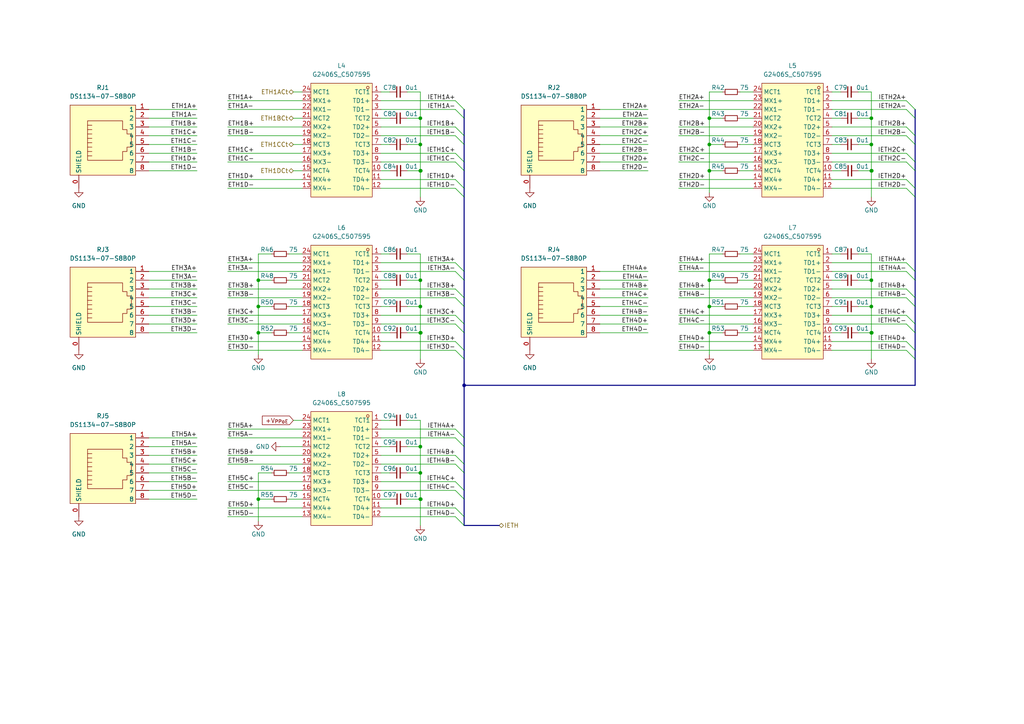
<source format=kicad_sch>
(kicad_sch (version 20211123) (generator eeschema)

  (uuid 04456c30-b78d-4854-a0dc-78d4caf069be)

  (paper "A4")

  (lib_symbols
    (symbol "DS1134-07-S8B0P:DS1134-07-S8B0P" (in_bom yes) (on_board yes)
      (property "Reference" "RJ" (id 0) (at 0 13.97 0)
        (effects (font (size 1.27 1.27)))
      )
      (property "Value" "DS1134-07-S8B0P" (id 1) (at 0 -16.51 0)
        (effects (font (size 1.27 1.27)))
      )
      (property "Footprint" "DS1134-07-S8B0P:RJ45-TH_DS1134-07-S8B0P" (id 2) (at 0 -19.05 0)
        (effects (font (size 1.27 1.27)) hide)
      )
      (property "Datasheet" "https://lcsc.com/product-detail/RJ45_RJ45Network-port-connector-8p8c-WithoutLED-Half-gold-tin-black-180degree-3-05-Copper-shell-No-shrapnel_C86579.html" (id 3) (at 0 -21.59 0)
        (effects (font (size 1.27 1.27)) hide)
      )
      (property "Manufacturer" "CONNFLY" (id 4) (at 0 -24.13 0)
        (effects (font (size 1.27 1.27)) hide)
      )
      (property "LCSC Part" "C86579" (id 5) (at 0 -26.67 0)
        (effects (font (size 1.27 1.27)) hide)
      )
      (property "JLC Part" "Extended Part" (id 6) (at 0 -29.21 0)
        (effects (font (size 1.27 1.27)) hide)
      )
      (symbol "DS1134-07-S8B0P_0_1"
        (rectangle (start -11.43 11.43) (end 8.89 -7.62)
          (stroke (width 0) (type default) (color 0 0 0 0))
          (fill (type background))
        )
        (polyline
          (pts
            (xy -5.59 5.08)
            (xy -5.59 6.35)
            (xy -5.59 6.35)
          )
          (stroke (width 0) (type default) (color 0 0 0 0))
          (fill (type none))
        )
        (polyline
          (pts
            (xy -4.32 6.35)
            (xy -4.32 5.08)
            (xy -4.32 5.08)
          )
          (stroke (width 0) (type default) (color 0 0 0 0))
          (fill (type none))
        )
        (polyline
          (pts
            (xy -3.05 6.35)
            (xy -3.05 5.08)
            (xy -3.05 5.08)
          )
          (stroke (width 0) (type default) (color 0 0 0 0))
          (fill (type none))
        )
        (polyline
          (pts
            (xy -1.78 6.35)
            (xy -1.78 5.08)
            (xy -1.78 5.08)
          )
          (stroke (width 0) (type default) (color 0 0 0 0))
          (fill (type none))
        )
        (polyline
          (pts
            (xy -0.51 6.35)
            (xy -0.51 5.08)
            (xy -0.51 5.08)
          )
          (stroke (width 0) (type default) (color 0 0 0 0))
          (fill (type none))
        )
        (polyline
          (pts
            (xy 0.76 6.35)
            (xy 0.76 5.08)
            (xy 0.76 5.08)
          )
          (stroke (width 0) (type default) (color 0 0 0 0))
          (fill (type none))
        )
        (polyline
          (pts
            (xy 2.03 5.08)
            (xy 2.03 6.35)
            (xy 2.03 6.35)
          )
          (stroke (width 0) (type default) (color 0 0 0 0))
          (fill (type none))
        )
        (polyline
          (pts
            (xy 3.3 5.08)
            (xy 3.3 6.35)
            (xy 3.3 6.35)
          )
          (stroke (width 0) (type default) (color 0 0 0 0))
          (fill (type none))
        )
        (polyline
          (pts
            (xy -6.86 6.35)
            (xy 4.57 6.35)
            (xy 4.57 -3.81)
            (xy 2.03 -3.81)
            (xy 2.03 -5.08)
            (xy 0.76 -5.08)
            (xy 0.76 -6.35)
            (xy -3.05 -6.35)
            (xy -3.05 -5.08)
            (xy -4.32 -5.08)
            (xy -4.32 -3.81)
            (xy -6.86 -3.81)
            (xy -6.86 6.35)
            (xy -6.86 6.35)
          )
          (stroke (width 0) (type default) (color 0 0 0 0))
          (fill (type background))
        )
        (pin unspecified line (at 12.7 8.89 180) (length 3.81)
          (name "SHIELD" (effects (font (size 1.27 1.27))))
          (number "0" (effects (font (size 1.27 1.27))))
        )
        (pin unspecified line (at -10.16 -11.43 90) (length 3.81)
          (name "1" (effects (font (size 1.27 1.27))))
          (number "1" (effects (font (size 1.27 1.27))))
        )
        (pin unspecified line (at -7.62 -11.43 90) (length 3.81)
          (name "2" (effects (font (size 1.27 1.27))))
          (number "2" (effects (font (size 1.27 1.27))))
        )
        (pin unspecified line (at -5.08 -11.43 90) (length 3.81)
          (name "3" (effects (font (size 1.27 1.27))))
          (number "3" (effects (font (size 1.27 1.27))))
        )
        (pin unspecified line (at -2.54 -11.43 90) (length 3.81)
          (name "4" (effects (font (size 1.27 1.27))))
          (number "4" (effects (font (size 1.27 1.27))))
        )
        (pin unspecified line (at 0 -11.43 90) (length 3.81)
          (name "5" (effects (font (size 1.27 1.27))))
          (number "5" (effects (font (size 1.27 1.27))))
        )
        (pin unspecified line (at 2.54 -11.43 90) (length 3.81)
          (name "6" (effects (font (size 1.27 1.27))))
          (number "6" (effects (font (size 1.27 1.27))))
        )
        (pin unspecified line (at 5.08 -11.43 90) (length 3.81)
          (name "7" (effects (font (size 1.27 1.27))))
          (number "7" (effects (font (size 1.27 1.27))))
        )
        (pin unspecified line (at 7.62 -11.43 90) (length 3.81)
          (name "8" (effects (font (size 1.27 1.27))))
          (number "8" (effects (font (size 1.27 1.27))))
        )
      )
    )
    (symbol "Device:C_Small" (pin_numbers hide) (pin_names (offset 0.254) hide) (in_bom yes) (on_board yes)
      (property "Reference" "C" (id 0) (at 0.254 1.778 0)
        (effects (font (size 1.27 1.27)) (justify left))
      )
      (property "Value" "C_Small" (id 1) (at 0.254 -2.032 0)
        (effects (font (size 1.27 1.27)) (justify left))
      )
      (property "Footprint" "" (id 2) (at 0 0 0)
        (effects (font (size 1.27 1.27)) hide)
      )
      (property "Datasheet" "~" (id 3) (at 0 0 0)
        (effects (font (size 1.27 1.27)) hide)
      )
      (property "ki_keywords" "capacitor cap" (id 4) (at 0 0 0)
        (effects (font (size 1.27 1.27)) hide)
      )
      (property "ki_description" "Unpolarized capacitor, small symbol" (id 5) (at 0 0 0)
        (effects (font (size 1.27 1.27)) hide)
      )
      (property "ki_fp_filters" "C_*" (id 6) (at 0 0 0)
        (effects (font (size 1.27 1.27)) hide)
      )
      (symbol "C_Small_0_1"
        (polyline
          (pts
            (xy -1.524 -0.508)
            (xy 1.524 -0.508)
          )
          (stroke (width 0.3302) (type default) (color 0 0 0 0))
          (fill (type none))
        )
        (polyline
          (pts
            (xy -1.524 0.508)
            (xy 1.524 0.508)
          )
          (stroke (width 0.3048) (type default) (color 0 0 0 0))
          (fill (type none))
        )
      )
      (symbol "C_Small_1_1"
        (pin passive line (at 0 2.54 270) (length 2.032)
          (name "~" (effects (font (size 1.27 1.27))))
          (number "1" (effects (font (size 1.27 1.27))))
        )
        (pin passive line (at 0 -2.54 90) (length 2.032)
          (name "~" (effects (font (size 1.27 1.27))))
          (number "2" (effects (font (size 1.27 1.27))))
        )
      )
    )
    (symbol "Device:R_Small" (pin_numbers hide) (pin_names (offset 0.254) hide) (in_bom yes) (on_board yes)
      (property "Reference" "R" (id 0) (at 0.762 0.508 0)
        (effects (font (size 1.27 1.27)) (justify left))
      )
      (property "Value" "R_Small" (id 1) (at 0.762 -1.016 0)
        (effects (font (size 1.27 1.27)) (justify left))
      )
      (property "Footprint" "" (id 2) (at 0 0 0)
        (effects (font (size 1.27 1.27)) hide)
      )
      (property "Datasheet" "~" (id 3) (at 0 0 0)
        (effects (font (size 1.27 1.27)) hide)
      )
      (property "ki_keywords" "R resistor" (id 4) (at 0 0 0)
        (effects (font (size 1.27 1.27)) hide)
      )
      (property "ki_description" "Resistor, small symbol" (id 5) (at 0 0 0)
        (effects (font (size 1.27 1.27)) hide)
      )
      (property "ki_fp_filters" "R_*" (id 6) (at 0 0 0)
        (effects (font (size 1.27 1.27)) hide)
      )
      (symbol "R_Small_0_1"
        (rectangle (start -0.762 1.778) (end 0.762 -1.778)
          (stroke (width 0.2032) (type default) (color 0 0 0 0))
          (fill (type none))
        )
      )
      (symbol "R_Small_1_1"
        (pin passive line (at 0 2.54 270) (length 0.762)
          (name "~" (effects (font (size 1.27 1.27))))
          (number "1" (effects (font (size 1.27 1.27))))
        )
        (pin passive line (at 0 -2.54 90) (length 0.762)
          (name "~" (effects (font (size 1.27 1.27))))
          (number "2" (effects (font (size 1.27 1.27))))
        )
      )
    )
    (symbol "G2406S:G2406S_C507595" (in_bom yes) (on_board yes)
      (property "Reference" "L" (id 0) (at 0 19.05 0)
        (effects (font (size 1.27 1.27)))
      )
      (property "Value" "G2406S_C507595" (id 1) (at 0 -19.05 0)
        (effects (font (size 1.27 1.27)))
      )
      (property "Footprint" "G2406S:SMD-24_L15.1-W7.1-P1.00-LS10.0-BL" (id 2) (at 0 -21.59 0)
        (effects (font (size 1.27 1.27)) hide)
      )
      (property "Datasheet" "https://lcsc.com/product-detail/RJ45-Transformer_CND-tek-G2406S_C507595.html" (id 3) (at 0 -24.13 0)
        (effects (font (size 1.27 1.27)) hide)
      )
      (property "Manufacturer" "CND-tek(磁联达)" (id 4) (at 0 -26.67 0)
        (effects (font (size 1.27 1.27)) hide)
      )
      (property "LCSC Part" "C507595" (id 5) (at 0 -29.21 0)
        (effects (font (size 1.27 1.27)) hide)
      )
      (property "JLC Part" "Extended Part" (id 6) (at 0 -31.75 0)
        (effects (font (size 1.27 1.27)) hide)
      )
      (symbol "G2406S_C507595_0_1"
        (rectangle (start -8.89 16.51) (end 8.89 -16.51)
          (stroke (width 0) (type default) (color 0 0 0 0))
          (fill (type background))
        )
        (circle (center -7.62 15.24) (radius 0.38)
          (stroke (width 0) (type default) (color 0 0 0 0))
          (fill (type none))
        )
        (pin unspecified line (at -11.43 13.97 0) (length 2.54)
          (name "TCT1" (effects (font (size 1.27 1.27))))
          (number "1" (effects (font (size 1.27 1.27))))
        )
        (pin unspecified line (at -11.43 -8.89 0) (length 2.54)
          (name "TCT4" (effects (font (size 1.27 1.27))))
          (number "10" (effects (font (size 1.27 1.27))))
        )
        (pin unspecified line (at -11.43 -11.43 0) (length 2.54)
          (name "TD4+" (effects (font (size 1.27 1.27))))
          (number "11" (effects (font (size 1.27 1.27))))
        )
        (pin unspecified line (at -11.43 -13.97 0) (length 2.54)
          (name "TD4-" (effects (font (size 1.27 1.27))))
          (number "12" (effects (font (size 1.27 1.27))))
        )
        (pin unspecified line (at 11.43 -13.97 180) (length 2.54)
          (name "MX4-" (effects (font (size 1.27 1.27))))
          (number "13" (effects (font (size 1.27 1.27))))
        )
        (pin unspecified line (at 11.43 -11.43 180) (length 2.54)
          (name "MX4+" (effects (font (size 1.27 1.27))))
          (number "14" (effects (font (size 1.27 1.27))))
        )
        (pin unspecified line (at 11.43 -8.89 180) (length 2.54)
          (name "MCT4" (effects (font (size 1.27 1.27))))
          (number "15" (effects (font (size 1.27 1.27))))
        )
        (pin unspecified line (at 11.43 -6.35 180) (length 2.54)
          (name "MX3-" (effects (font (size 1.27 1.27))))
          (number "16" (effects (font (size 1.27 1.27))))
        )
        (pin unspecified line (at 11.43 -3.81 180) (length 2.54)
          (name "MX3+" (effects (font (size 1.27 1.27))))
          (number "17" (effects (font (size 1.27 1.27))))
        )
        (pin unspecified line (at 11.43 -1.27 180) (length 2.54)
          (name "MCT3" (effects (font (size 1.27 1.27))))
          (number "18" (effects (font (size 1.27 1.27))))
        )
        (pin unspecified line (at 11.43 1.27 180) (length 2.54)
          (name "MX2-" (effects (font (size 1.27 1.27))))
          (number "19" (effects (font (size 1.27 1.27))))
        )
        (pin unspecified line (at -11.43 11.43 0) (length 2.54)
          (name "TD1+" (effects (font (size 1.27 1.27))))
          (number "2" (effects (font (size 1.27 1.27))))
        )
        (pin unspecified line (at 11.43 3.81 180) (length 2.54)
          (name "MX2+" (effects (font (size 1.27 1.27))))
          (number "20" (effects (font (size 1.27 1.27))))
        )
        (pin unspecified line (at 11.43 6.35 180) (length 2.54)
          (name "MCT2" (effects (font (size 1.27 1.27))))
          (number "21" (effects (font (size 1.27 1.27))))
        )
        (pin unspecified line (at 11.43 8.89 180) (length 2.54)
          (name "MX1-" (effects (font (size 1.27 1.27))))
          (number "22" (effects (font (size 1.27 1.27))))
        )
        (pin unspecified line (at 11.43 11.43 180) (length 2.54)
          (name "MX1+" (effects (font (size 1.27 1.27))))
          (number "23" (effects (font (size 1.27 1.27))))
        )
        (pin unspecified line (at 11.43 13.97 180) (length 2.54)
          (name "MCT1" (effects (font (size 1.27 1.27))))
          (number "24" (effects (font (size 1.27 1.27))))
        )
        (pin unspecified line (at -11.43 8.89 0) (length 2.54)
          (name "TD1-" (effects (font (size 1.27 1.27))))
          (number "3" (effects (font (size 1.27 1.27))))
        )
        (pin unspecified line (at -11.43 6.35 0) (length 2.54)
          (name "TCT2" (effects (font (size 1.27 1.27))))
          (number "4" (effects (font (size 1.27 1.27))))
        )
        (pin unspecified line (at -11.43 3.81 0) (length 2.54)
          (name "TD2+" (effects (font (size 1.27 1.27))))
          (number "5" (effects (font (size 1.27 1.27))))
        )
        (pin unspecified line (at -11.43 1.27 0) (length 2.54)
          (name "TD2-" (effects (font (size 1.27 1.27))))
          (number "6" (effects (font (size 1.27 1.27))))
        )
        (pin unspecified line (at -11.43 -1.27 0) (length 2.54)
          (name "TCT3" (effects (font (size 1.27 1.27))))
          (number "7" (effects (font (size 1.27 1.27))))
        )
        (pin unspecified line (at -11.43 -3.81 0) (length 2.54)
          (name "TD3+" (effects (font (size 1.27 1.27))))
          (number "8" (effects (font (size 1.27 1.27))))
        )
        (pin unspecified line (at -11.43 -6.35 0) (length 2.54)
          (name "TD3-" (effects (font (size 1.27 1.27))))
          (number "9" (effects (font (size 1.27 1.27))))
        )
      )
    )
    (symbol "power:GND" (power) (pin_names (offset 0)) (in_bom yes) (on_board yes)
      (property "Reference" "#PWR" (id 0) (at 0 -6.35 0)
        (effects (font (size 1.27 1.27)) hide)
      )
      (property "Value" "GND" (id 1) (at 0 -3.81 0)
        (effects (font (size 1.27 1.27)))
      )
      (property "Footprint" "" (id 2) (at 0 0 0)
        (effects (font (size 1.27 1.27)) hide)
      )
      (property "Datasheet" "" (id 3) (at 0 0 0)
        (effects (font (size 1.27 1.27)) hide)
      )
      (property "ki_keywords" "global power" (id 4) (at 0 0 0)
        (effects (font (size 1.27 1.27)) hide)
      )
      (property "ki_description" "Power symbol creates a global label with name \"GND\" , ground" (id 5) (at 0 0 0)
        (effects (font (size 1.27 1.27)) hide)
      )
      (symbol "GND_0_1"
        (polyline
          (pts
            (xy 0 0)
            (xy 0 -1.27)
            (xy 1.27 -1.27)
            (xy 0 -2.54)
            (xy -1.27 -1.27)
            (xy 0 -1.27)
          )
          (stroke (width 0) (type default) (color 0 0 0 0))
          (fill (type none))
        )
      )
      (symbol "GND_1_1"
        (pin power_in line (at 0 0 270) (length 0) hide
          (name "GND" (effects (font (size 1.27 1.27))))
          (number "1" (effects (font (size 1.27 1.27))))
        )
      )
    )
  )

  (junction (at 205.74 34.29) (diameter 0) (color 0 0 0 0)
    (uuid 04e7aa94-e94f-4368-a692-409f55d0f302)
  )
  (junction (at 205.74 41.91) (diameter 0) (color 0 0 0 0)
    (uuid 068a3732-f668-4634-8a7a-a895d173168f)
  )
  (junction (at 121.92 41.91) (diameter 0) (color 0 0 0 0)
    (uuid 122c08ed-35aa-4d3f-9912-03a2917c8666)
  )
  (junction (at 122.0228 96.52) (diameter 0) (color 0 0 0 0)
    (uuid 29670e16-0c08-433a-af48-b68ad2f1c534)
  )
  (junction (at 205.74 88.9) (diameter 0) (color 0 0 0 0)
    (uuid 39ab3283-a578-42c4-ba7b-2ba47c1812c1)
  )
  (junction (at 205.74 49.53) (diameter 0) (color 0 0 0 0)
    (uuid 3b04be63-59e6-45e9-a609-83a3454a41c9)
  )
  (junction (at 252.73 88.9) (diameter 0) (color 0 0 0 0)
    (uuid 3c03e81e-9741-4570-8199-7df9ca82d1e0)
  )
  (junction (at 121.92 144.78) (diameter 0) (color 0 0 0 0)
    (uuid 42248165-1bdd-4921-9e20-a4836965df82)
  )
  (junction (at 252.73 49.53) (diameter 0) (color 0 0 0 0)
    (uuid 4d7bf203-a05c-4a3e-90bb-67fe72343b34)
  )
  (junction (at 252.73 81.28) (diameter 0) (color 0 0 0 0)
    (uuid 56059775-117a-4b80-bfd8-c894cc8a3683)
  )
  (junction (at 252.8328 96.52) (diameter 0) (color 0 0 0 0)
    (uuid 69d40bbd-c6fa-4557-9ea1-9220d468eda4)
  )
  (junction (at 205.74 96.52) (diameter 0) (color 0 0 0 0)
    (uuid 6a3bbe2e-9517-41ed-9f2c-0e5c09ae15c2)
  )
  (junction (at 252.8328 49.53) (diameter 0) (color 0 0 0 0)
    (uuid 70ad8e2d-3b6e-44fb-8560-cbec605eddf9)
  )
  (junction (at 74.93 144.78) (diameter 0) (color 0 0 0 0)
    (uuid 773cffe1-7fd3-43f5-a1fb-32a604a621d2)
  )
  (junction (at 122.0228 144.78) (diameter 0) (color 0 0 0 0)
    (uuid 80bc2d1d-56e5-4516-a230-2e2516b731a3)
  )
  (junction (at 121.92 137.16) (diameter 0) (color 0 0 0 0)
    (uuid 812ddfaa-f092-49ec-b94c-2afb4e300ebe)
  )
  (junction (at 121.92 96.52) (diameter 0) (color 0 0 0 0)
    (uuid 875d12f9-5e92-4a0c-a52c-bb6e5a2e30fa)
  )
  (junction (at 252.73 41.91) (diameter 0) (color 0 0 0 0)
    (uuid 8d327780-7aa0-4117-898e-1a72f74f8e0c)
  )
  (junction (at 252.73 96.52) (diameter 0) (color 0 0 0 0)
    (uuid 9721ed51-a6d6-4858-9fe0-bcc9e8c4f6ea)
  )
  (junction (at 121.92 129.54) (diameter 0) (color 0 0 0 0)
    (uuid a261a52c-2164-4db7-8548-fd97e0bbe71c)
  )
  (junction (at 252.73 34.29) (diameter 0) (color 0 0 0 0)
    (uuid b1bf7e3e-d2a5-4662-973e-7bc504836976)
  )
  (junction (at 121.92 81.28) (diameter 0) (color 0 0 0 0)
    (uuid b2523327-3826-4cb0-8779-cbff6494c752)
  )
  (junction (at 121.92 88.9) (diameter 0) (color 0 0 0 0)
    (uuid b689724e-3114-4916-be97-1870d888a841)
  )
  (junction (at 205.74 81.28) (diameter 0) (color 0 0 0 0)
    (uuid cebc297d-fa8b-419a-ad7b-e410446a26b6)
  )
  (junction (at 122.0228 49.53) (diameter 0) (color 0 0 0 0)
    (uuid d1ff264d-b565-4ccb-a2c7-7324a2e08a19)
  )
  (junction (at 74.93 81.28) (diameter 0) (color 0 0 0 0)
    (uuid d52211b3-186b-4cd5-8841-f0c6de0bd625)
  )
  (junction (at 121.92 34.29) (diameter 0) (color 0 0 0 0)
    (uuid d8debd82-d656-4cc0-af8e-6466d92f1d19)
  )
  (junction (at 74.93 96.52) (diameter 0) (color 0 0 0 0)
    (uuid db31fa33-59a9-49a6-873b-7f386a249105)
  )
  (junction (at 134.62 111.76) (diameter 0) (color 0 0 0 0)
    (uuid dc48a1a6-91d1-4eab-b07a-7eb13fe3c3fd)
  )
  (junction (at 121.92 49.53) (diameter 0) (color 0 0 0 0)
    (uuid ee6badff-097d-44a1-9b76-df31c04d1f78)
  )
  (junction (at 74.93 88.9) (diameter 0) (color 0 0 0 0)
    (uuid fe919ccc-114c-4147-ab14-d186fe0e2547)
  )

  (bus_entry (at 262.89 29.21) (size 2.54 2.54)
    (stroke (width 0) (type default) (color 0 0 0 0))
    (uuid 0cc1ca42-4f97-4029-8e0a-d45004ef619e)
  )
  (bus_entry (at 262.89 93.98) (size 2.54 2.54)
    (stroke (width 0) (type default) (color 0 0 0 0))
    (uuid 1981bc13-a33d-4626-bd0d-d958074e4808)
  )
  (bus_entry (at 262.89 99.06) (size 2.54 2.54)
    (stroke (width 0) (type default) (color 0 0 0 0))
    (uuid 19f606df-b1af-4c04-9bb6-405c6b945983)
  )
  (bus_entry (at 262.89 83.82) (size 2.54 2.54)
    (stroke (width 0) (type default) (color 0 0 0 0))
    (uuid 1bc26c4d-cc08-4406-a52f-3a1f7297b7f2)
  )
  (bus_entry (at 262.89 86.36) (size 2.54 2.54)
    (stroke (width 0) (type default) (color 0 0 0 0))
    (uuid 1d0e441c-8b92-488a-b3dc-0e2ed26384b3)
  )
  (bus_entry (at 132.08 149.86) (size 2.54 2.54)
    (stroke (width 0) (type default) (color 0 0 0 0))
    (uuid 25aa4a8f-167a-4394-bbc7-541d40d5aaf7)
  )
  (bus_entry (at 262.89 52.07) (size 2.54 2.54)
    (stroke (width 0) (type default) (color 0 0 0 0))
    (uuid 26034410-3326-42f6-a669-9f26bafee6bd)
  )
  (bus_entry (at 132.08 44.45) (size 2.54 2.54)
    (stroke (width 0) (type default) (color 0 0 0 0))
    (uuid 2a3d4811-e869-4308-b911-8a5816d9dacd)
  )
  (bus_entry (at 262.89 78.74) (size 2.54 2.54)
    (stroke (width 0) (type default) (color 0 0 0 0))
    (uuid 3dca3a06-bcc3-47aa-81cd-6406cbba9ac8)
  )
  (bus_entry (at 262.89 39.37) (size 2.54 2.54)
    (stroke (width 0) (type default) (color 0 0 0 0))
    (uuid 4273c253-6373-4e67-bba6-96ef1fb6b07d)
  )
  (bus_entry (at 262.89 36.83) (size 2.54 2.54)
    (stroke (width 0) (type default) (color 0 0 0 0))
    (uuid 4bc8d50a-0b54-4272-b0c4-d40c323ba79b)
  )
  (bus_entry (at 132.08 52.07) (size 2.54 2.54)
    (stroke (width 0) (type default) (color 0 0 0 0))
    (uuid 4bcaf11e-5958-451b-8c06-ff151954e369)
  )
  (bus_entry (at 132.08 39.37) (size 2.54 2.54)
    (stroke (width 0) (type default) (color 0 0 0 0))
    (uuid 60a9787c-9ed3-4419-b347-5bfca9b7b228)
  )
  (bus_entry (at 262.89 44.45) (size 2.54 2.54)
    (stroke (width 0) (type default) (color 0 0 0 0))
    (uuid 71396e1b-880a-4ebb-a9e1-9d1b72142009)
  )
  (bus_entry (at 132.08 86.36) (size 2.54 2.54)
    (stroke (width 0) (type default) (color 0 0 0 0))
    (uuid 7bbe24dc-b01d-45b1-94f5-f6d0d8abd4b9)
  )
  (bus_entry (at 132.08 78.74) (size 2.54 2.54)
    (stroke (width 0) (type default) (color 0 0 0 0))
    (uuid 84fa381c-9f2c-463b-bb11-87a7b17ea324)
  )
  (bus_entry (at 132.08 124.46) (size 2.54 2.54)
    (stroke (width 0) (type default) (color 0 0 0 0))
    (uuid 8e50ccc3-8aaa-473e-8afb-20d4afd110d6)
  )
  (bus_entry (at 132.08 142.24) (size 2.54 2.54)
    (stroke (width 0) (type default) (color 0 0 0 0))
    (uuid 90b4876b-121e-470b-b9ab-6149c9bee091)
  )
  (bus_entry (at 132.08 91.44) (size 2.54 2.54)
    (stroke (width 0) (type default) (color 0 0 0 0))
    (uuid 9a7b486f-769d-434d-b5e6-cd2045592327)
  )
  (bus_entry (at 132.08 134.62) (size 2.54 2.54)
    (stroke (width 0) (type default) (color 0 0 0 0))
    (uuid 9d527a9b-f2d8-4ac2-81f3-a6a3308d6643)
  )
  (bus_entry (at 132.08 29.21) (size 2.54 2.54)
    (stroke (width 0) (type default) (color 0 0 0 0))
    (uuid 9ec6dee3-04fe-4b16-b1f0-8e45b56eb737)
  )
  (bus_entry (at 132.08 127) (size 2.54 2.54)
    (stroke (width 0) (type default) (color 0 0 0 0))
    (uuid 9fd6d7a5-a1c0-4fee-acf6-a21285f219c9)
  )
  (bus_entry (at 132.08 76.2) (size 2.54 2.54)
    (stroke (width 0) (type default) (color 0 0 0 0))
    (uuid a89e3d2c-24b7-4108-8920-fad15e612f3b)
  )
  (bus_entry (at 132.08 132.08) (size 2.54 2.54)
    (stroke (width 0) (type default) (color 0 0 0 0))
    (uuid ae47e4fd-0630-47b3-a58b-3e8f7e29373c)
  )
  (bus_entry (at 132.08 93.98) (size 2.54 2.54)
    (stroke (width 0) (type default) (color 0 0 0 0))
    (uuid b432582c-1b6f-4000-8b0e-a714c8386f27)
  )
  (bus_entry (at 132.08 101.6) (size 2.54 2.54)
    (stroke (width 0) (type default) (color 0 0 0 0))
    (uuid c0ae9a04-920a-4816-958b-2de57c088c5f)
  )
  (bus_entry (at 262.89 101.6) (size 2.54 2.54)
    (stroke (width 0) (type default) (color 0 0 0 0))
    (uuid c76f0cbc-7a21-454b-b16b-b52189e5c341)
  )
  (bus_entry (at 132.08 31.75) (size 2.54 2.54)
    (stroke (width 0) (type default) (color 0 0 0 0))
    (uuid c86b6769-53f5-4fcb-886d-056ae3637463)
  )
  (bus_entry (at 262.89 76.2) (size 2.54 2.54)
    (stroke (width 0) (type default) (color 0 0 0 0))
    (uuid cb8a45f8-b797-471b-8189-fe3ae8fb7bc0)
  )
  (bus_entry (at 132.08 46.99) (size 2.54 2.54)
    (stroke (width 0) (type default) (color 0 0 0 0))
    (uuid d21ff1d2-ec33-4453-b583-550d3bd0cc33)
  )
  (bus_entry (at 132.08 36.83) (size 2.54 2.54)
    (stroke (width 0) (type default) (color 0 0 0 0))
    (uuid d75bfaa7-e570-4f88-85ed-2907415012e5)
  )
  (bus_entry (at 132.08 139.7) (size 2.54 2.54)
    (stroke (width 0) (type default) (color 0 0 0 0))
    (uuid d7714f1b-cbe6-491f-8e73-4c30fe126243)
  )
  (bus_entry (at 262.89 31.75) (size 2.54 2.54)
    (stroke (width 0) (type default) (color 0 0 0 0))
    (uuid e0e78e9d-b3c0-47ce-b4ee-76b2c9ab4ea8)
  )
  (bus_entry (at 262.89 54.61) (size 2.54 2.54)
    (stroke (width 0) (type default) (color 0 0 0 0))
    (uuid e63b802a-e7c2-430e-85e6-f1f11a3e08bf)
  )
  (bus_entry (at 132.08 54.61) (size 2.54 2.54)
    (stroke (width 0) (type default) (color 0 0 0 0))
    (uuid e815e735-2256-42af-9d9f-8e7f1e2b3328)
  )
  (bus_entry (at 262.89 91.44) (size 2.54 2.54)
    (stroke (width 0) (type default) (color 0 0 0 0))
    (uuid e8170e42-5b95-4857-9e4c-3bc32718720d)
  )
  (bus_entry (at 262.89 46.99) (size 2.54 2.54)
    (stroke (width 0) (type default) (color 0 0 0 0))
    (uuid ec9d170a-2c20-46f1-9b47-34acc5d5b377)
  )
  (bus_entry (at 132.08 99.06) (size 2.54 2.54)
    (stroke (width 0) (type default) (color 0 0 0 0))
    (uuid ef931a98-3285-4ea5-814c-7e33f63a0373)
  )
  (bus_entry (at 132.08 83.82) (size 2.54 2.54)
    (stroke (width 0) (type default) (color 0 0 0 0))
    (uuid f7426533-f0ed-45be-80fd-deebd42df92c)
  )
  (bus_entry (at 132.08 147.32) (size 2.54 2.54)
    (stroke (width 0) (type default) (color 0 0 0 0))
    (uuid f822abb7-b7cf-4aca-90d3-c98c73516f17)
  )

  (wire (pts (xy 110.49 41.91) (xy 113.03 41.91))
    (stroke (width 0) (type default) (color 0 0 0 0))
    (uuid 0013b14a-042e-4fca-800a-f12fec0de8ad)
  )
  (bus (pts (xy 134.62 31.75) (xy 134.62 34.29))
    (stroke (width 0) (type default) (color 0 0 0 0))
    (uuid 00ad8a03-7113-4d18-8f9c-114f9c094993)
  )
  (bus (pts (xy 134.62 101.6) (xy 134.62 104.14))
    (stroke (width 0) (type default) (color 0 0 0 0))
    (uuid 00aefd3f-127f-491f-9754-fea63ee2c80f)
  )

  (wire (pts (xy 196.85 52.07) (xy 218.44 52.07))
    (stroke (width 0) (type default) (color 0 0 0 0))
    (uuid 0102cff7-48a7-4424-9bf9-714b082f4528)
  )
  (wire (pts (xy 248.92 34.29) (xy 252.73 34.29))
    (stroke (width 0) (type default) (color 0 0 0 0))
    (uuid 013bc852-aa93-423a-9306-cb9990f2adb6)
  )
  (wire (pts (xy 196.85 36.83) (xy 218.44 36.83))
    (stroke (width 0) (type default) (color 0 0 0 0))
    (uuid 02da7b22-936c-4140-bc89-49f73deb8c32)
  )
  (wire (pts (xy 121.92 144.78) (xy 122.0228 144.78))
    (stroke (width 0) (type default) (color 0 0 0 0))
    (uuid 0482e70f-0073-4cc2-9114-bd7e548c2e81)
  )
  (wire (pts (xy 209.55 96.52) (xy 205.74 96.52))
    (stroke (width 0) (type default) (color 0 0 0 0))
    (uuid 05bc4633-c93e-4316-bd34-1102a2eddb25)
  )
  (bus (pts (xy 134.62 142.24) (xy 134.62 144.78))
    (stroke (width 0) (type default) (color 0 0 0 0))
    (uuid 05bd54ab-350f-4955-98e4-842293d624bc)
  )

  (wire (pts (xy 74.93 73.66) (xy 74.93 81.28))
    (stroke (width 0) (type default) (color 0 0 0 0))
    (uuid 05fe2250-2c0e-449b-899d-8c30bf159cd4)
  )
  (wire (pts (xy 110.49 88.9) (xy 113.03 88.9))
    (stroke (width 0) (type default) (color 0 0 0 0))
    (uuid 074bf055-dd39-4bcd-9ea7-8c28c80b8f30)
  )
  (bus (pts (xy 265.43 46.99) (xy 265.43 49.53))
    (stroke (width 0) (type default) (color 0 0 0 0))
    (uuid 07c04a29-fe06-4daf-b269-6d9062f5684b)
  )

  (wire (pts (xy 214.63 81.28) (xy 218.44 81.28))
    (stroke (width 0) (type default) (color 0 0 0 0))
    (uuid 07d5279a-bef2-4e1b-98e7-4231d52eef29)
  )
  (wire (pts (xy 118.11 81.28) (xy 121.92 81.28))
    (stroke (width 0) (type default) (color 0 0 0 0))
    (uuid 08c3278e-da7f-4ea8-8f0b-425a9518a430)
  )
  (wire (pts (xy 66.04 86.36) (xy 87.63 86.36))
    (stroke (width 0) (type default) (color 0 0 0 0))
    (uuid 092e7a4c-3018-4a78-a1b0-d98cb542704b)
  )
  (wire (pts (xy 110.49 139.7) (xy 132.08 139.7))
    (stroke (width 0) (type default) (color 0 0 0 0))
    (uuid 09dab50f-f366-4f26-9679-1ea04351455c)
  )
  (wire (pts (xy 83.82 96.52) (xy 87.63 96.52))
    (stroke (width 0) (type default) (color 0 0 0 0))
    (uuid 0a1e5289-80f6-4889-a5de-1422e826f8f1)
  )
  (bus (pts (xy 134.62 41.91) (xy 134.62 46.99))
    (stroke (width 0) (type default) (color 0 0 0 0))
    (uuid 0a20118b-8b76-42df-b7cb-bb20ad25c94f)
  )

  (wire (pts (xy 241.3 73.66) (xy 243.84 73.66))
    (stroke (width 0) (type default) (color 0 0 0 0))
    (uuid 0b8973c4-bc17-4d08-aae3-1198c8d39048)
  )
  (wire (pts (xy 241.4028 49.53) (xy 243.9428 49.53))
    (stroke (width 0) (type default) (color 0 0 0 0))
    (uuid 0c8412a4-6f2c-4074-8535-f4a9fdb86cf3)
  )
  (wire (pts (xy 66.04 76.2) (xy 87.63 76.2))
    (stroke (width 0) (type default) (color 0 0 0 0))
    (uuid 0c965e2b-0b03-44ae-83cc-2817b7bce63e)
  )
  (wire (pts (xy 66.04 134.62) (xy 87.63 134.62))
    (stroke (width 0) (type default) (color 0 0 0 0))
    (uuid 0e1f9dc3-e373-48f9-9e67-b25c5e959daa)
  )
  (wire (pts (xy 252.73 73.66) (xy 252.73 81.28))
    (stroke (width 0) (type default) (color 0 0 0 0))
    (uuid 0fa6f40f-f3a7-4d8a-ac99-fae7d50c4390)
  )
  (bus (pts (xy 265.43 101.6) (xy 265.43 104.14))
    (stroke (width 0) (type default) (color 0 0 0 0))
    (uuid 10fad012-096f-4150-bd3a-d1376a5e1ae5)
  )
  (bus (pts (xy 265.43 54.61) (xy 265.43 57.15))
    (stroke (width 0) (type default) (color 0 0 0 0))
    (uuid 112daf22-6eaf-4c97-95d3-239ff86b5a73)
  )

  (wire (pts (xy 121.92 96.52) (xy 121.92 104.14))
    (stroke (width 0) (type default) (color 0 0 0 0))
    (uuid 12574f08-df5d-4874-a564-41d50d1f6045)
  )
  (bus (pts (xy 134.62 134.62) (xy 134.62 137.16))
    (stroke (width 0) (type default) (color 0 0 0 0))
    (uuid 12e2dae8-871f-4c6d-afb0-f9df90930274)
  )
  (bus (pts (xy 134.62 96.52) (xy 134.62 101.6))
    (stroke (width 0) (type default) (color 0 0 0 0))
    (uuid 158f7d83-ed66-4c13-9f6f-f061df081282)
  )

  (wire (pts (xy 85.09 121.92) (xy 87.63 121.92))
    (stroke (width 0) (type default) (color 0 0 0 0))
    (uuid 15eacd5d-da34-4f6c-b92c-3bf10c6bcad2)
  )
  (wire (pts (xy 110.5928 96.52) (xy 113.1328 96.52))
    (stroke (width 0) (type default) (color 0 0 0 0))
    (uuid 165d3f64-f2eb-417b-96a9-f1afde4268ab)
  )
  (wire (pts (xy 110.49 36.83) (xy 132.08 36.83))
    (stroke (width 0) (type default) (color 0 0 0 0))
    (uuid 16f644fa-c1a2-4d89-9874-3dcfc555ca9a)
  )
  (wire (pts (xy 110.5928 49.53) (xy 113.1328 49.53))
    (stroke (width 0) (type default) (color 0 0 0 0))
    (uuid 17238286-39ae-4420-8a20-9ee413dea07e)
  )
  (wire (pts (xy 241.3 99.06) (xy 262.89 99.06))
    (stroke (width 0) (type default) (color 0 0 0 0))
    (uuid 172fbc44-dd9f-4eea-ad20-6949b477e5ea)
  )
  (wire (pts (xy 121.92 73.66) (xy 121.92 81.28))
    (stroke (width 0) (type default) (color 0 0 0 0))
    (uuid 1768c143-a67d-4652-bb4d-700749f15b28)
  )
  (wire (pts (xy 43.18 34.29) (xy 57.15 34.29))
    (stroke (width 0) (type default) (color 0 0 0 0))
    (uuid 19096b8a-4ec1-4ef3-91a3-4f9fa3a3775d)
  )
  (wire (pts (xy 110.49 93.98) (xy 132.08 93.98))
    (stroke (width 0) (type default) (color 0 0 0 0))
    (uuid 1925db5f-ed02-4209-bb5c-294885373a0b)
  )
  (bus (pts (xy 134.62 144.78) (xy 134.62 149.86))
    (stroke (width 0) (type default) (color 0 0 0 0))
    (uuid 220445c0-25f2-4585-90fd-55db07a5af2f)
  )

  (wire (pts (xy 78.74 81.28) (xy 74.93 81.28))
    (stroke (width 0) (type default) (color 0 0 0 0))
    (uuid 25d75cce-4e5a-41f5-a5a7-9122487f0f41)
  )
  (wire (pts (xy 43.18 132.08) (xy 57.15 132.08))
    (stroke (width 0) (type default) (color 0 0 0 0))
    (uuid 26575f61-d9e9-4d82-9b68-874a69da5ec0)
  )
  (wire (pts (xy 196.85 83.82) (xy 218.44 83.82))
    (stroke (width 0) (type default) (color 0 0 0 0))
    (uuid 27fe7119-e5cb-4f8f-be25-c9ca6756b2f6)
  )
  (wire (pts (xy 121.92 49.53) (xy 122.0228 49.53))
    (stroke (width 0) (type default) (color 0 0 0 0))
    (uuid 2835a2bd-2309-4545-a1a7-96cfafe04714)
  )
  (wire (pts (xy 66.04 132.08) (xy 87.63 132.08))
    (stroke (width 0) (type default) (color 0 0 0 0))
    (uuid 292a475d-2590-442f-9ea3-3835dda8b00b)
  )
  (bus (pts (xy 134.62 39.37) (xy 134.62 41.91))
    (stroke (width 0) (type default) (color 0 0 0 0))
    (uuid 29e51c98-419a-4fa1-b1a5-9d509f22417f)
  )

  (wire (pts (xy 121.92 121.92) (xy 121.92 129.54))
    (stroke (width 0) (type default) (color 0 0 0 0))
    (uuid 29f6cae2-8df9-4f87-8f6f-87fa6961aa49)
  )
  (wire (pts (xy 43.18 39.37) (xy 57.15 39.37))
    (stroke (width 0) (type default) (color 0 0 0 0))
    (uuid 2a5cff37-1236-4d79-b84c-2fe3c7723d6a)
  )
  (wire (pts (xy 110.49 31.75) (xy 132.08 31.75))
    (stroke (width 0) (type default) (color 0 0 0 0))
    (uuid 2ab5e094-014c-4e7a-8eb4-d626ef8fd1c4)
  )
  (wire (pts (xy 214.63 26.67) (xy 218.44 26.67))
    (stroke (width 0) (type default) (color 0 0 0 0))
    (uuid 2adab73f-002e-4622-8463-aa69682f6d99)
  )
  (wire (pts (xy 214.63 49.53) (xy 218.44 49.53))
    (stroke (width 0) (type default) (color 0 0 0 0))
    (uuid 2c5162c1-62e0-4f3e-8fff-173270e4f26f)
  )
  (wire (pts (xy 43.18 78.74) (xy 57.15 78.74))
    (stroke (width 0) (type default) (color 0 0 0 0))
    (uuid 2dba54cf-0228-4801-a8ca-a03ff8f2cf01)
  )
  (wire (pts (xy 205.74 41.91) (xy 205.74 49.53))
    (stroke (width 0) (type default) (color 0 0 0 0))
    (uuid 2f6dafa0-86c0-4bc3-9ceb-1930e3634b3c)
  )
  (wire (pts (xy 110.49 91.44) (xy 132.08 91.44))
    (stroke (width 0) (type default) (color 0 0 0 0))
    (uuid 307bc2df-df57-4ad6-85ec-a96be2eafd64)
  )
  (wire (pts (xy 241.3 44.45) (xy 262.89 44.45))
    (stroke (width 0) (type default) (color 0 0 0 0))
    (uuid 313af59d-7899-4fe4-9702-08da04c4cace)
  )
  (wire (pts (xy 241.3 52.07) (xy 262.89 52.07))
    (stroke (width 0) (type default) (color 0 0 0 0))
    (uuid 31496842-abbd-48ff-b166-4a90619abbcc)
  )
  (bus (pts (xy 265.43 96.52) (xy 265.43 101.6))
    (stroke (width 0) (type default) (color 0 0 0 0))
    (uuid 3355d3e6-1141-4d68-9c68-bbbcc9dadb4c)
  )

  (wire (pts (xy 43.18 144.78) (xy 57.15 144.78))
    (stroke (width 0) (type default) (color 0 0 0 0))
    (uuid 33f77e52-45ac-47fc-828f-a078943aa96b)
  )
  (wire (pts (xy 66.04 124.46) (xy 87.63 124.46))
    (stroke (width 0) (type default) (color 0 0 0 0))
    (uuid 3527f737-d515-44df-a11f-85e743aeab2d)
  )
  (wire (pts (xy 121.92 49.53) (xy 121.92 57.15))
    (stroke (width 0) (type default) (color 0 0 0 0))
    (uuid 359dab4c-db74-44a8-9e8f-4dbe22ee87e1)
  )
  (wire (pts (xy 78.74 137.16) (xy 74.93 137.16))
    (stroke (width 0) (type default) (color 0 0 0 0))
    (uuid 35e7fd29-7c56-44f1-8eda-11dae12f15eb)
  )
  (wire (pts (xy 43.18 129.54) (xy 57.15 129.54))
    (stroke (width 0) (type default) (color 0 0 0 0))
    (uuid 36b7e1cd-9152-4f92-99d6-ed5dde716f77)
  )
  (wire (pts (xy 43.18 91.44) (xy 57.15 91.44))
    (stroke (width 0) (type default) (color 0 0 0 0))
    (uuid 36fb15b2-6661-4eac-bc1e-bfff37a5c8c5)
  )
  (wire (pts (xy 214.63 96.52) (xy 218.44 96.52))
    (stroke (width 0) (type default) (color 0 0 0 0))
    (uuid 3806f5d1-f1cb-4883-9350-db0b026881e2)
  )
  (wire (pts (xy 81.28 129.54) (xy 87.63 129.54))
    (stroke (width 0) (type default) (color 0 0 0 0))
    (uuid 39209960-9c00-45f1-9410-ec80ce92ab54)
  )
  (bus (pts (xy 265.43 104.14) (xy 265.43 111.76))
    (stroke (width 0) (type default) (color 0 0 0 0))
    (uuid 3a514ded-e50f-4198-a2fd-6edbd5ae6f1b)
  )

  (wire (pts (xy 205.74 26.67) (xy 205.74 34.29))
    (stroke (width 0) (type default) (color 0 0 0 0))
    (uuid 3aef1a26-ae79-463c-8cb5-a43c2391e7d8)
  )
  (wire (pts (xy 173.99 39.37) (xy 187.96 39.37))
    (stroke (width 0) (type default) (color 0 0 0 0))
    (uuid 3b78588e-753d-4740-baf1-e4de30fbbaa8)
  )
  (wire (pts (xy 110.49 86.36) (xy 132.08 86.36))
    (stroke (width 0) (type default) (color 0 0 0 0))
    (uuid 3e67df8f-c403-4791-bd7b-d87ce3019c75)
  )
  (wire (pts (xy 252.73 26.67) (xy 252.73 34.29))
    (stroke (width 0) (type default) (color 0 0 0 0))
    (uuid 406c95b0-8f3d-4d1e-94f9-d5d26322430e)
  )
  (wire (pts (xy 78.74 88.9) (xy 74.93 88.9))
    (stroke (width 0) (type default) (color 0 0 0 0))
    (uuid 40c19661-45d7-4ff6-a192-ec1e44dc009e)
  )
  (wire (pts (xy 205.74 96.52) (xy 205.74 102.87))
    (stroke (width 0) (type default) (color 0 0 0 0))
    (uuid 415d02f1-2c0a-4378-b2f9-17ad144b24f0)
  )
  (wire (pts (xy 66.04 101.6) (xy 87.63 101.6))
    (stroke (width 0) (type default) (color 0 0 0 0))
    (uuid 41891542-4e40-48c5-bb28-f58060ba5447)
  )
  (bus (pts (xy 134.62 54.61) (xy 134.62 57.15))
    (stroke (width 0) (type default) (color 0 0 0 0))
    (uuid 4277bee1-503e-4bdc-b6f2-0c65c8be4207)
  )

  (wire (pts (xy 43.18 41.91) (xy 57.15 41.91))
    (stroke (width 0) (type default) (color 0 0 0 0))
    (uuid 42c51fb6-fe91-41c2-bba0-a50b0f8662ab)
  )
  (wire (pts (xy 43.18 137.16) (xy 57.15 137.16))
    (stroke (width 0) (type default) (color 0 0 0 0))
    (uuid 430b4c34-03ba-4902-b20d-5544aa0f9785)
  )
  (wire (pts (xy 110.49 137.16) (xy 113.03 137.16))
    (stroke (width 0) (type default) (color 0 0 0 0))
    (uuid 44065da6-a26d-4fd1-a7f3-45f857cffa91)
  )
  (wire (pts (xy 110.49 76.2) (xy 132.08 76.2))
    (stroke (width 0) (type default) (color 0 0 0 0))
    (uuid 442b1deb-6cfb-494e-97b3-f203c805c93b)
  )
  (wire (pts (xy 83.82 144.78) (xy 87.63 144.78))
    (stroke (width 0) (type default) (color 0 0 0 0))
    (uuid 446f41ca-b9db-4af3-8392-2fa63ad914a8)
  )
  (wire (pts (xy 252.73 49.53) (xy 252.8328 49.53))
    (stroke (width 0) (type default) (color 0 0 0 0))
    (uuid 45a7c086-b2eb-4ec9-8284-8d15300715e1)
  )
  (wire (pts (xy 110.5928 144.78) (xy 113.1328 144.78))
    (stroke (width 0) (type default) (color 0 0 0 0))
    (uuid 45ed79ea-c2cf-4cb2-86e4-2eda935b6d5c)
  )
  (wire (pts (xy 66.04 39.37) (xy 87.63 39.37))
    (stroke (width 0) (type default) (color 0 0 0 0))
    (uuid 45fb34f3-8e82-401d-8a17-d9fe994e93f6)
  )
  (wire (pts (xy 121.92 88.9) (xy 121.92 96.52))
    (stroke (width 0) (type default) (color 0 0 0 0))
    (uuid 48388859-a234-4780-9fd9-6a95aa561104)
  )
  (wire (pts (xy 121.92 137.16) (xy 121.92 144.78))
    (stroke (width 0) (type default) (color 0 0 0 0))
    (uuid 49aff693-de59-4d1b-ad92-1c9d059f6fde)
  )
  (wire (pts (xy 66.04 149.86) (xy 87.63 149.86))
    (stroke (width 0) (type default) (color 0 0 0 0))
    (uuid 4bb08a29-6741-41d1-a9cb-8a772c35b881)
  )
  (wire (pts (xy 66.04 46.99) (xy 87.63 46.99))
    (stroke (width 0) (type default) (color 0 0 0 0))
    (uuid 4daa8251-e41e-4998-ab9c-e402ec28222c)
  )
  (wire (pts (xy 121.92 81.28) (xy 121.92 88.9))
    (stroke (width 0) (type default) (color 0 0 0 0))
    (uuid 4e89122e-fe21-40d0-8622-c66a180f3451)
  )
  (wire (pts (xy 121.92 34.29) (xy 121.92 41.91))
    (stroke (width 0) (type default) (color 0 0 0 0))
    (uuid 4f51d4be-275f-4d02-bc30-534d3c24c914)
  )
  (wire (pts (xy 173.99 83.82) (xy 187.96 83.82))
    (stroke (width 0) (type default) (color 0 0 0 0))
    (uuid 50ef980f-709e-41c2-b0bd-bcc1bed32021)
  )
  (wire (pts (xy 66.04 44.45) (xy 87.63 44.45))
    (stroke (width 0) (type default) (color 0 0 0 0))
    (uuid 516c416d-9c54-40a9-a2b3-56c8b15fbdc9)
  )
  (bus (pts (xy 265.43 81.28) (xy 265.43 86.36))
    (stroke (width 0) (type default) (color 0 0 0 0))
    (uuid 52d226d9-62bb-4260-81ef-df3081e52fb1)
  )

  (wire (pts (xy 241.3 29.21) (xy 262.89 29.21))
    (stroke (width 0) (type default) (color 0 0 0 0))
    (uuid 53a7c122-28ed-4724-a201-98f31dc8a300)
  )
  (bus (pts (xy 134.62 127) (xy 134.62 129.54))
    (stroke (width 0) (type default) (color 0 0 0 0))
    (uuid 543560cf-bf70-47d8-922c-ccfc1c17df0f)
  )

  (wire (pts (xy 110.49 129.54) (xy 113.03 129.54))
    (stroke (width 0) (type default) (color 0 0 0 0))
    (uuid 551c6cf9-67d7-4d46-acd6-a4913faf21c9)
  )
  (bus (pts (xy 134.62 78.74) (xy 134.62 81.28))
    (stroke (width 0) (type default) (color 0 0 0 0))
    (uuid 55916524-7f86-4941-9d47-c15b83b36cc2)
  )

  (wire (pts (xy 110.49 99.06) (xy 132.08 99.06))
    (stroke (width 0) (type default) (color 0 0 0 0))
    (uuid 55f1c4c0-cfb2-4d9a-a3a9-c5feb0ace256)
  )
  (wire (pts (xy 196.85 44.45) (xy 218.44 44.45))
    (stroke (width 0) (type default) (color 0 0 0 0))
    (uuid 58546129-df7f-4c38-9f4e-aaaf6eebaa8e)
  )
  (wire (pts (xy 110.49 101.6) (xy 132.08 101.6))
    (stroke (width 0) (type default) (color 0 0 0 0))
    (uuid 58aa6df0-6388-42a1-921e-deb11a7027a2)
  )
  (wire (pts (xy 118.11 41.91) (xy 121.92 41.91))
    (stroke (width 0) (type default) (color 0 0 0 0))
    (uuid 59b63867-5119-4a8b-b7b1-a2d560f7568d)
  )
  (wire (pts (xy 196.85 93.98) (xy 218.44 93.98))
    (stroke (width 0) (type default) (color 0 0 0 0))
    (uuid 59f9d2ec-9654-4400-adeb-0ac33c31f7ec)
  )
  (wire (pts (xy 196.85 78.74) (xy 218.44 78.74))
    (stroke (width 0) (type default) (color 0 0 0 0))
    (uuid 5aeb782d-8932-4d63-a148-311309b12776)
  )
  (wire (pts (xy 78.74 73.66) (xy 74.93 73.66))
    (stroke (width 0) (type default) (color 0 0 0 0))
    (uuid 5c275da8-3165-4441-9a01-62d8f0aaee15)
  )
  (wire (pts (xy 118.11 26.67) (xy 121.92 26.67))
    (stroke (width 0) (type default) (color 0 0 0 0))
    (uuid 5cdcc2a5-91f2-471d-a657-9609ae66f48b)
  )
  (wire (pts (xy 173.99 34.29) (xy 187.96 34.29))
    (stroke (width 0) (type default) (color 0 0 0 0))
    (uuid 5d4f297e-bbf2-482a-ab9d-2b66a3f64024)
  )
  (wire (pts (xy 43.18 49.53) (xy 57.15 49.53))
    (stroke (width 0) (type default) (color 0 0 0 0))
    (uuid 5edcd1b1-d234-498d-b71f-a0711775b061)
  )
  (wire (pts (xy 83.82 137.16) (xy 87.63 137.16))
    (stroke (width 0) (type default) (color 0 0 0 0))
    (uuid 5fca9c61-1d6c-46cf-836d-3be503dcb0e8)
  )
  (wire (pts (xy 252.73 96.52) (xy 252.8328 96.52))
    (stroke (width 0) (type default) (color 0 0 0 0))
    (uuid 6016626e-65fe-4b7a-9e4f-f77f2890aabd)
  )
  (bus (pts (xy 134.62 86.36) (xy 134.62 88.9))
    (stroke (width 0) (type default) (color 0 0 0 0))
    (uuid 605fc800-4251-4a24-b4d8-413807b3b946)
  )

  (wire (pts (xy 241.3 88.9) (xy 243.84 88.9))
    (stroke (width 0) (type default) (color 0 0 0 0))
    (uuid 6144a32f-afd6-44e0-922d-52906e39c698)
  )
  (wire (pts (xy 241.3 31.75) (xy 262.89 31.75))
    (stroke (width 0) (type default) (color 0 0 0 0))
    (uuid 6509abe7-6886-4d12-aeb3-2caf92ce4834)
  )
  (wire (pts (xy 110.49 78.74) (xy 132.08 78.74))
    (stroke (width 0) (type default) (color 0 0 0 0))
    (uuid 65b9183f-c3cf-43a2-8e35-e27a360a7a3c)
  )
  (wire (pts (xy 43.18 46.99) (xy 57.15 46.99))
    (stroke (width 0) (type default) (color 0 0 0 0))
    (uuid 66002a2c-b5dc-4ffe-8f7d-d69c2a34a054)
  )
  (wire (pts (xy 196.85 31.75) (xy 218.44 31.75))
    (stroke (width 0) (type default) (color 0 0 0 0))
    (uuid 66a5536f-c947-4796-99f7-abb69ca7a8b1)
  )
  (wire (pts (xy 173.99 96.52) (xy 187.96 96.52))
    (stroke (width 0) (type default) (color 0 0 0 0))
    (uuid 67619e48-e7aa-4ada-9416-236f37e9d4cb)
  )
  (bus (pts (xy 134.62 81.28) (xy 134.62 86.36))
    (stroke (width 0) (type default) (color 0 0 0 0))
    (uuid 67970b50-2d08-4f62-9377-6d6078f9cc1b)
  )

  (wire (pts (xy 78.74 144.78) (xy 74.93 144.78))
    (stroke (width 0) (type default) (color 0 0 0 0))
    (uuid 689fed1c-e259-4e40-a9ab-69aea168d50b)
  )
  (wire (pts (xy 66.04 142.24) (xy 87.63 142.24))
    (stroke (width 0) (type default) (color 0 0 0 0))
    (uuid 696f08ce-2dd0-4622-bde9-c2ca081c72a6)
  )
  (wire (pts (xy 173.99 41.91) (xy 187.96 41.91))
    (stroke (width 0) (type default) (color 0 0 0 0))
    (uuid 69ee1451-2e7f-4e1c-9e2c-793478234c13)
  )
  (bus (pts (xy 265.43 41.91) (xy 265.43 46.99))
    (stroke (width 0) (type default) (color 0 0 0 0))
    (uuid 6b401ef7-d401-4ba8-8d0c-c057d760e133)
  )

  (wire (pts (xy 209.55 88.9) (xy 205.74 88.9))
    (stroke (width 0) (type default) (color 0 0 0 0))
    (uuid 6b60d004-d87c-46d3-b445-b828b9597c16)
  )
  (wire (pts (xy 83.82 88.9) (xy 87.63 88.9))
    (stroke (width 0) (type default) (color 0 0 0 0))
    (uuid 6bae60a9-c079-49b9-8f50-a91944592dcd)
  )
  (wire (pts (xy 43.18 88.9) (xy 57.15 88.9))
    (stroke (width 0) (type default) (color 0 0 0 0))
    (uuid 6bcee2ab-09fa-4b96-8e9b-2e1f7ef29d39)
  )
  (wire (pts (xy 74.93 137.16) (xy 74.93 144.78))
    (stroke (width 0) (type default) (color 0 0 0 0))
    (uuid 70ac5c02-b9c1-4056-965a-10c41649893d)
  )
  (bus (pts (xy 265.43 88.9) (xy 265.43 93.98))
    (stroke (width 0) (type default) (color 0 0 0 0))
    (uuid 72000c4e-e38c-4309-9fbd-53ae1b7cc6db)
  )
  (bus (pts (xy 134.62 34.29) (xy 134.62 39.37))
    (stroke (width 0) (type default) (color 0 0 0 0))
    (uuid 728f7537-4ec2-4f52-a39b-553bdbd21b10)
  )

  (wire (pts (xy 66.04 139.7) (xy 87.63 139.7))
    (stroke (width 0) (type default) (color 0 0 0 0))
    (uuid 733a4631-5663-4c5d-b572-ad3eba9df11b)
  )
  (wire (pts (xy 196.85 86.36) (xy 218.44 86.36))
    (stroke (width 0) (type default) (color 0 0 0 0))
    (uuid 74796f20-e7de-4c78-a025-fc3ace325377)
  )
  (wire (pts (xy 43.18 81.28) (xy 57.15 81.28))
    (stroke (width 0) (type default) (color 0 0 0 0))
    (uuid 748c4c84-91ed-41fe-8086-ec290525358d)
  )
  (wire (pts (xy 241.3 81.28) (xy 243.84 81.28))
    (stroke (width 0) (type default) (color 0 0 0 0))
    (uuid 759d6d21-13c1-439f-bf33-5b38ed4fcaa5)
  )
  (wire (pts (xy 252.73 41.91) (xy 252.73 49.53))
    (stroke (width 0) (type default) (color 0 0 0 0))
    (uuid 76968eb2-9f1e-41e5-9f9e-99f57410066e)
  )
  (bus (pts (xy 265.43 111.76) (xy 134.62 111.76))
    (stroke (width 0) (type default) (color 0 0 0 0))
    (uuid 7698d150-7e73-446f-a3ee-59736199027b)
  )

  (wire (pts (xy 110.49 132.08) (xy 132.08 132.08))
    (stroke (width 0) (type default) (color 0 0 0 0))
    (uuid 773dcb08-80d7-45f9-896b-3b0cd734b944)
  )
  (wire (pts (xy 85.09 49.53) (xy 87.63 49.53))
    (stroke (width 0) (type default) (color 0 0 0 0))
    (uuid 776be001-a348-4090-8949-7666910c2144)
  )
  (wire (pts (xy 110.49 147.32) (xy 132.08 147.32))
    (stroke (width 0) (type default) (color 0 0 0 0))
    (uuid 78185cf1-0814-49fd-bafa-d3cc581f70af)
  )
  (wire (pts (xy 241.3 34.29) (xy 243.84 34.29))
    (stroke (width 0) (type default) (color 0 0 0 0))
    (uuid 7849c2ff-dd12-4fc0-9504-c62fc1e2e7be)
  )
  (wire (pts (xy 66.04 83.82) (xy 87.63 83.82))
    (stroke (width 0) (type default) (color 0 0 0 0))
    (uuid 787e6f88-118a-47ad-9294-7bd30ae46393)
  )
  (wire (pts (xy 205.74 73.66) (xy 205.74 81.28))
    (stroke (width 0) (type default) (color 0 0 0 0))
    (uuid 788d4297-2e0a-42fb-9bb8-93b0a3fd76ed)
  )
  (wire (pts (xy 110.49 81.28) (xy 113.03 81.28))
    (stroke (width 0) (type default) (color 0 0 0 0))
    (uuid 78e0a6ef-527d-4460-b7f5-6a0c0f086ad2)
  )
  (wire (pts (xy 110.49 54.61) (xy 132.08 54.61))
    (stroke (width 0) (type default) (color 0 0 0 0))
    (uuid 78f2237e-6d4e-4a96-bcc4-540bb67b8d0c)
  )
  (wire (pts (xy 173.99 81.28) (xy 187.96 81.28))
    (stroke (width 0) (type default) (color 0 0 0 0))
    (uuid 79ddbb9d-097f-4552-b04d-89c22508abf4)
  )
  (wire (pts (xy 118.11 88.9) (xy 121.92 88.9))
    (stroke (width 0) (type default) (color 0 0 0 0))
    (uuid 79f9befa-5077-4d24-a36e-a3d0c42bd257)
  )
  (wire (pts (xy 214.63 34.29) (xy 218.44 34.29))
    (stroke (width 0) (type default) (color 0 0 0 0))
    (uuid 7b12ccff-c329-4fbe-abcc-862c7d44d327)
  )
  (wire (pts (xy 173.99 93.98) (xy 187.96 93.98))
    (stroke (width 0) (type default) (color 0 0 0 0))
    (uuid 7c275649-392d-44fd-95ba-93cc30ddcae3)
  )
  (wire (pts (xy 121.92 26.67) (xy 121.92 34.29))
    (stroke (width 0) (type default) (color 0 0 0 0))
    (uuid 7df044fe-eef9-4218-bbdd-48a374536db8)
  )
  (wire (pts (xy 118.2128 144.78) (xy 121.92 144.78))
    (stroke (width 0) (type default) (color 0 0 0 0))
    (uuid 7e0fe274-652f-4dbf-8fd9-f5bb824c6fad)
  )
  (wire (pts (xy 110.49 73.66) (xy 113.03 73.66))
    (stroke (width 0) (type default) (color 0 0 0 0))
    (uuid 7f143dbc-d431-4b8c-b12e-7e53c2fb0aa2)
  )
  (wire (pts (xy 205.74 49.53) (xy 205.74 55.88))
    (stroke (width 0) (type default) (color 0 0 0 0))
    (uuid 813be518-4d6b-42f3-a1a1-b23b78105e94)
  )
  (wire (pts (xy 241.3 93.98) (xy 262.89 93.98))
    (stroke (width 0) (type default) (color 0 0 0 0))
    (uuid 820932f2-1766-418a-a41e-db308bc7a27d)
  )
  (wire (pts (xy 43.18 93.98) (xy 57.15 93.98))
    (stroke (width 0) (type default) (color 0 0 0 0))
    (uuid 835661bc-a8b9-44d8-bde0-95c16efe6270)
  )
  (wire (pts (xy 74.93 144.78) (xy 74.93 151.13))
    (stroke (width 0) (type default) (color 0 0 0 0))
    (uuid 84ba75fc-3f01-44da-b6be-fffa64ff166a)
  )
  (wire (pts (xy 110.49 46.99) (xy 132.08 46.99))
    (stroke (width 0) (type default) (color 0 0 0 0))
    (uuid 8781feb8-96ff-466e-9eb5-4d23f81c5f33)
  )
  (wire (pts (xy 43.18 96.52) (xy 57.15 96.52))
    (stroke (width 0) (type default) (color 0 0 0 0))
    (uuid 87d6f7ae-fe18-4477-8446-109b3e6e346b)
  )
  (bus (pts (xy 134.62 111.76) (xy 134.62 127))
    (stroke (width 0) (type default) (color 0 0 0 0))
    (uuid 88f55d07-41d8-498a-bfa8-811f469d5a22)
  )

  (wire (pts (xy 110.49 127) (xy 132.08 127))
    (stroke (width 0) (type default) (color 0 0 0 0))
    (uuid 8a5178d8-91e1-48c5-854c-5f68f771103e)
  )
  (wire (pts (xy 74.93 88.9) (xy 74.93 96.52))
    (stroke (width 0) (type default) (color 0 0 0 0))
    (uuid 8a5fd00a-2bfd-423c-98bf-8e24ff91adbe)
  )
  (wire (pts (xy 43.18 44.45) (xy 57.15 44.45))
    (stroke (width 0) (type default) (color 0 0 0 0))
    (uuid 8c1a9a9e-7781-45c6-86f4-bde2b3754ae4)
  )
  (wire (pts (xy 66.04 127) (xy 87.63 127))
    (stroke (width 0) (type default) (color 0 0 0 0))
    (uuid 8d31fb35-df09-4218-a6d5-c75f92f962b3)
  )
  (wire (pts (xy 43.18 31.75) (xy 57.15 31.75))
    (stroke (width 0) (type default) (color 0 0 0 0))
    (uuid 90c6addd-f906-49e5-a4f2-213f4a1cf7b6)
  )
  (wire (pts (xy 43.18 134.62) (xy 57.15 134.62))
    (stroke (width 0) (type default) (color 0 0 0 0))
    (uuid 92a271fd-ba57-4026-b371-af4bc1437849)
  )
  (wire (pts (xy 196.85 76.2) (xy 218.44 76.2))
    (stroke (width 0) (type default) (color 0 0 0 0))
    (uuid 9603d2e1-fcf2-4dd2-b56b-62cbc1b74e26)
  )
  (wire (pts (xy 241.4028 96.52) (xy 243.9428 96.52))
    (stroke (width 0) (type default) (color 0 0 0 0))
    (uuid 98675ce0-8f44-4584-9967-e25390a8a94a)
  )
  (bus (pts (xy 134.62 93.98) (xy 134.62 96.52))
    (stroke (width 0) (type default) (color 0 0 0 0))
    (uuid 98e3ee78-aa34-4349-8898-003e97bfc0e8)
  )

  (wire (pts (xy 173.99 44.45) (xy 187.96 44.45))
    (stroke (width 0) (type default) (color 0 0 0 0))
    (uuid 98e68e80-1a62-46b7-969f-eb3f3fed7ccf)
  )
  (wire (pts (xy 66.04 147.32) (xy 87.63 147.32))
    (stroke (width 0) (type default) (color 0 0 0 0))
    (uuid 996e00c3-233a-407e-9906-6cdc5bb348d2)
  )
  (wire (pts (xy 118.2128 49.53) (xy 121.92 49.53))
    (stroke (width 0) (type default) (color 0 0 0 0))
    (uuid 9a814e4a-205c-44fc-8ed9-bb3a4c13cd17)
  )
  (wire (pts (xy 214.63 88.9) (xy 218.44 88.9))
    (stroke (width 0) (type default) (color 0 0 0 0))
    (uuid 9ba18181-4bab-42fe-a26d-a889d310cf8d)
  )
  (bus (pts (xy 265.43 86.36) (xy 265.43 88.9))
    (stroke (width 0) (type default) (color 0 0 0 0))
    (uuid 9bb74936-cb94-4981-a90e-712078f6e3a0)
  )

  (wire (pts (xy 241.3 36.83) (xy 262.89 36.83))
    (stroke (width 0) (type default) (color 0 0 0 0))
    (uuid 9cb6d689-79a1-4672-b72a-0c652d296c95)
  )
  (wire (pts (xy 173.99 91.44) (xy 187.96 91.44))
    (stroke (width 0) (type default) (color 0 0 0 0))
    (uuid 9f1a1e99-af82-4da6-aad0-68e31f084796)
  )
  (wire (pts (xy 121.92 41.91) (xy 121.92 49.53))
    (stroke (width 0) (type default) (color 0 0 0 0))
    (uuid 9f469d87-0770-4dcf-9019-24890987f309)
  )
  (wire (pts (xy 248.92 88.9) (xy 252.73 88.9))
    (stroke (width 0) (type default) (color 0 0 0 0))
    (uuid a0224f46-8ddc-432c-8338-854f3c164eea)
  )
  (wire (pts (xy 214.63 41.91) (xy 218.44 41.91))
    (stroke (width 0) (type default) (color 0 0 0 0))
    (uuid a13c4594-b2f6-4e31-b869-aa0c8e100d99)
  )
  (wire (pts (xy 173.99 46.99) (xy 187.96 46.99))
    (stroke (width 0) (type default) (color 0 0 0 0))
    (uuid a21aab97-bf29-4839-baf9-0d5d223fabfc)
  )
  (wire (pts (xy 110.49 142.24) (xy 132.08 142.24))
    (stroke (width 0) (type default) (color 0 0 0 0))
    (uuid a2472956-42c3-4e73-a9e5-22b6c92b6424)
  )
  (wire (pts (xy 241.3 39.37) (xy 262.89 39.37))
    (stroke (width 0) (type default) (color 0 0 0 0))
    (uuid a48a92d1-cd3d-4890-a830-5efb1b09bfe3)
  )
  (wire (pts (xy 214.63 73.66) (xy 218.44 73.66))
    (stroke (width 0) (type default) (color 0 0 0 0))
    (uuid a4ea1fad-7a8c-44e1-8466-3579e80ec81f)
  )
  (bus (pts (xy 134.62 137.16) (xy 134.62 142.24))
    (stroke (width 0) (type default) (color 0 0 0 0))
    (uuid a58edef9-8dd3-412c-8e84-1f4f059d4fee)
  )

  (wire (pts (xy 110.49 134.62) (xy 132.08 134.62))
    (stroke (width 0) (type default) (color 0 0 0 0))
    (uuid a58fb26b-c689-48b3-a7d2-95a9bf2958e8)
  )
  (wire (pts (xy 110.49 83.82) (xy 132.08 83.82))
    (stroke (width 0) (type default) (color 0 0 0 0))
    (uuid a62d5eb8-2c52-4bae-b338-8599a32a1d9d)
  )
  (wire (pts (xy 252.73 96.52) (xy 252.73 104.14))
    (stroke (width 0) (type default) (color 0 0 0 0))
    (uuid a656dc32-9bcd-4809-99f3-01c592e6226a)
  )
  (wire (pts (xy 209.55 73.66) (xy 205.74 73.66))
    (stroke (width 0) (type default) (color 0 0 0 0))
    (uuid a677fbd2-6ff2-4e64-8138-36cfbe42012a)
  )
  (bus (pts (xy 134.62 104.14) (xy 134.62 111.76))
    (stroke (width 0) (type default) (color 0 0 0 0))
    (uuid a758dd32-51d1-45bd-81a8-bf9e88557f28)
  )
  (bus (pts (xy 265.43 49.53) (xy 265.43 54.61))
    (stroke (width 0) (type default) (color 0 0 0 0))
    (uuid a7ed53c6-2797-4b26-ae61-62690e5abf70)
  )

  (wire (pts (xy 241.3 91.44) (xy 262.89 91.44))
    (stroke (width 0) (type default) (color 0 0 0 0))
    (uuid a8069f4f-dd80-46f4-bbab-81520fea4d55)
  )
  (wire (pts (xy 66.04 93.98) (xy 87.63 93.98))
    (stroke (width 0) (type default) (color 0 0 0 0))
    (uuid aa7c92e4-4ccc-4ad5-8310-7c9467d62c8c)
  )
  (wire (pts (xy 241.3 86.36) (xy 262.89 86.36))
    (stroke (width 0) (type default) (color 0 0 0 0))
    (uuid ab460344-2a29-41b8-b5eb-4e87f1aa9365)
  )
  (wire (pts (xy 66.04 78.74) (xy 87.63 78.74))
    (stroke (width 0) (type default) (color 0 0 0 0))
    (uuid ab829b10-4224-4aad-833f-afed174d1fcd)
  )
  (wire (pts (xy 74.93 81.28) (xy 74.93 88.9))
    (stroke (width 0) (type default) (color 0 0 0 0))
    (uuid adf13a2c-2d60-42e9-a027-590f396c71f0)
  )
  (bus (pts (xy 134.62 46.99) (xy 134.62 49.53))
    (stroke (width 0) (type default) (color 0 0 0 0))
    (uuid ae11d36f-b7c3-4d7e-a4f0-08993094dee8)
  )

  (wire (pts (xy 43.18 127) (xy 57.15 127))
    (stroke (width 0) (type default) (color 0 0 0 0))
    (uuid ae19423d-7854-4fd7-afc2-6436e51ebaf1)
  )
  (bus (pts (xy 134.62 149.86) (xy 134.62 152.4))
    (stroke (width 0) (type default) (color 0 0 0 0))
    (uuid af860896-fa54-4aea-a937-fcbe954c4646)
  )

  (wire (pts (xy 118.11 121.92) (xy 121.92 121.92))
    (stroke (width 0) (type default) (color 0 0 0 0))
    (uuid b090ff70-e15e-4005-bc9a-46fceb8e81ad)
  )
  (wire (pts (xy 118.11 34.29) (xy 121.92 34.29))
    (stroke (width 0) (type default) (color 0 0 0 0))
    (uuid b0cb2794-c7fb-42b6-88e9-050fcb93e959)
  )
  (wire (pts (xy 205.74 34.29) (xy 205.74 41.91))
    (stroke (width 0) (type default) (color 0 0 0 0))
    (uuid b13c2690-c6f7-44df-885c-b57b594f8f98)
  )
  (wire (pts (xy 252.73 49.53) (xy 252.73 57.15))
    (stroke (width 0) (type default) (color 0 0 0 0))
    (uuid b1720e75-7396-4ecd-bdda-dea04551a5d6)
  )
  (wire (pts (xy 173.99 36.83) (xy 187.96 36.83))
    (stroke (width 0) (type default) (color 0 0 0 0))
    (uuid b27fdc46-e652-4d2b-941b-04fed64d2817)
  )
  (wire (pts (xy 209.55 49.53) (xy 205.74 49.53))
    (stroke (width 0) (type default) (color 0 0 0 0))
    (uuid b2a64baf-e325-4e3f-a491-4fda9f8d0ce0)
  )
  (wire (pts (xy 118.11 73.66) (xy 121.92 73.66))
    (stroke (width 0) (type default) (color 0 0 0 0))
    (uuid b342b83a-94e6-4328-b714-f81e6cff8034)
  )
  (wire (pts (xy 249.0228 49.53) (xy 252.73 49.53))
    (stroke (width 0) (type default) (color 0 0 0 0))
    (uuid b4c3c3cf-6626-4d37-a787-b98709e8458b)
  )
  (wire (pts (xy 196.85 46.99) (xy 218.44 46.99))
    (stroke (width 0) (type default) (color 0 0 0 0))
    (uuid b628bfc3-506d-4fc6-accb-93d4e9d473c3)
  )
  (wire (pts (xy 85.09 34.29) (xy 87.63 34.29))
    (stroke (width 0) (type default) (color 0 0 0 0))
    (uuid b6425559-96a0-44d2-a45d-70825034f39b)
  )
  (wire (pts (xy 110.49 34.29) (xy 113.03 34.29))
    (stroke (width 0) (type default) (color 0 0 0 0))
    (uuid b6b9070f-e8f4-47a5-a408-60551ea8c672)
  )
  (wire (pts (xy 121.92 96.52) (xy 122.0228 96.52))
    (stroke (width 0) (type default) (color 0 0 0 0))
    (uuid b6dc8141-f8cc-4d15-a039-3906abedbf30)
  )
  (wire (pts (xy 110.49 121.92) (xy 113.03 121.92))
    (stroke (width 0) (type default) (color 0 0 0 0))
    (uuid b7174260-c2ac-46ad-8136-172d24e0c85b)
  )
  (wire (pts (xy 205.74 81.28) (xy 205.74 88.9))
    (stroke (width 0) (type default) (color 0 0 0 0))
    (uuid b807fa35-51d8-45a2-903b-82ad6e6adf65)
  )
  (wire (pts (xy 241.3 101.6) (xy 262.89 101.6))
    (stroke (width 0) (type default) (color 0 0 0 0))
    (uuid b907b331-4dc7-4c55-b416-a911a81672e5)
  )
  (wire (pts (xy 121.92 129.54) (xy 121.92 137.16))
    (stroke (width 0) (type default) (color 0 0 0 0))
    (uuid bb16bac8-2f96-464c-a49f-1b5e901b2d74)
  )
  (wire (pts (xy 248.92 81.28) (xy 252.73 81.28))
    (stroke (width 0) (type default) (color 0 0 0 0))
    (uuid bc00bde0-8ade-464c-978b-767ef182be8a)
  )
  (wire (pts (xy 121.92 144.78) (xy 121.92 152.4))
    (stroke (width 0) (type default) (color 0 0 0 0))
    (uuid bc97936b-01b7-490a-82f0-89616c3c5131)
  )
  (wire (pts (xy 110.49 44.45) (xy 132.08 44.45))
    (stroke (width 0) (type default) (color 0 0 0 0))
    (uuid bce6cb01-033d-4891-a8fa-05289fbfa291)
  )
  (wire (pts (xy 43.18 83.82) (xy 57.15 83.82))
    (stroke (width 0) (type default) (color 0 0 0 0))
    (uuid bd7ade52-c022-4365-898b-2b2899b185d2)
  )
  (wire (pts (xy 43.18 139.7) (xy 57.15 139.7))
    (stroke (width 0) (type default) (color 0 0 0 0))
    (uuid bfd993c1-7723-44db-b83c-a066f112ed64)
  )
  (wire (pts (xy 205.74 88.9) (xy 205.74 96.52))
    (stroke (width 0) (type default) (color 0 0 0 0))
    (uuid c03f20e4-13e4-4d29-8fd7-55f5a80963ec)
  )
  (wire (pts (xy 241.3 26.67) (xy 243.84 26.67))
    (stroke (width 0) (type default) (color 0 0 0 0))
    (uuid c0532568-9b75-40da-bdd0-d55c18468b2c)
  )
  (wire (pts (xy 43.18 36.83) (xy 57.15 36.83))
    (stroke (width 0) (type default) (color 0 0 0 0))
    (uuid c0db2ed1-340f-47fa-8a17-a516f5df7585)
  )
  (bus (pts (xy 265.43 57.15) (xy 265.43 78.74))
    (stroke (width 0) (type default) (color 0 0 0 0))
    (uuid c2fbd005-e914-4af7-9c6c-5e144854e84c)
  )

  (wire (pts (xy 173.99 31.75) (xy 187.96 31.75))
    (stroke (width 0) (type default) (color 0 0 0 0))
    (uuid c4158ad0-35e1-4e92-862d-faa237d4a53d)
  )
  (wire (pts (xy 252.73 34.29) (xy 252.73 41.91))
    (stroke (width 0) (type default) (color 0 0 0 0))
    (uuid c663d57b-5b34-4151-9ccc-446196cdea2d)
  )
  (wire (pts (xy 196.85 29.21) (xy 218.44 29.21))
    (stroke (width 0) (type default) (color 0 0 0 0))
    (uuid c686c4fb-bd62-4b55-bf00-5b29d5a9a5cd)
  )
  (wire (pts (xy 85.09 26.67) (xy 87.63 26.67))
    (stroke (width 0) (type default) (color 0 0 0 0))
    (uuid c753be7d-4a84-4cdd-82eb-28c5d230790f)
  )
  (wire (pts (xy 196.85 91.44) (xy 218.44 91.44))
    (stroke (width 0) (type default) (color 0 0 0 0))
    (uuid c767c2fe-daf7-406a-b057-eb37d7af4146)
  )
  (wire (pts (xy 173.99 86.36) (xy 187.96 86.36))
    (stroke (width 0) (type default) (color 0 0 0 0))
    (uuid c9e5b260-d866-41c3-9dae-9b26ab2b4b34)
  )
  (wire (pts (xy 110.49 39.37) (xy 132.08 39.37))
    (stroke (width 0) (type default) (color 0 0 0 0))
    (uuid cb4c941e-23c3-4913-9553-ee1ac4c33b0f)
  )
  (wire (pts (xy 110.49 29.21) (xy 132.08 29.21))
    (stroke (width 0) (type default) (color 0 0 0 0))
    (uuid cb60c537-aeba-4670-a6c0-4a4526e27e84)
  )
  (wire (pts (xy 66.04 91.44) (xy 87.63 91.44))
    (stroke (width 0) (type default) (color 0 0 0 0))
    (uuid cbc6eafb-1619-4916-b7f7-8071456c6f10)
  )
  (wire (pts (xy 66.04 52.07) (xy 87.63 52.07))
    (stroke (width 0) (type default) (color 0 0 0 0))
    (uuid cbf5f675-c2f0-48b2-8eb4-0884ffa5b46d)
  )
  (wire (pts (xy 66.04 31.75) (xy 87.63 31.75))
    (stroke (width 0) (type default) (color 0 0 0 0))
    (uuid cef04c66-2845-400a-8973-b70fa4665345)
  )
  (wire (pts (xy 83.82 73.66) (xy 87.63 73.66))
    (stroke (width 0) (type default) (color 0 0 0 0))
    (uuid cfe980d2-adc3-461c-8085-204afcd9e807)
  )
  (bus (pts (xy 265.43 34.29) (xy 265.43 39.37))
    (stroke (width 0) (type default) (color 0 0 0 0))
    (uuid d0871fe2-e53a-48e6-8cb6-304a17800312)
  )

  (wire (pts (xy 74.93 96.52) (xy 74.93 102.87))
    (stroke (width 0) (type default) (color 0 0 0 0))
    (uuid d41e877d-fadb-4d7f-857d-b9efd4fdd12b)
  )
  (wire (pts (xy 110.49 149.86) (xy 132.08 149.86))
    (stroke (width 0) (type default) (color 0 0 0 0))
    (uuid d47bffcc-e447-4376-abfb-1e958441d195)
  )
  (wire (pts (xy 66.04 29.21) (xy 87.63 29.21))
    (stroke (width 0) (type default) (color 0 0 0 0))
    (uuid d4f2bc8c-16f3-451e-82f0-afab5850342b)
  )
  (bus (pts (xy 134.62 88.9) (xy 134.62 93.98))
    (stroke (width 0) (type default) (color 0 0 0 0))
    (uuid d52c9892-6ea0-44f5-9625-ef81ffc5291f)
  )

  (wire (pts (xy 241.3 83.82) (xy 262.89 83.82))
    (stroke (width 0) (type default) (color 0 0 0 0))
    (uuid d6bc562b-48d4-4d4e-952a-c8d3c3fdd18a)
  )
  (wire (pts (xy 196.85 101.6) (xy 218.44 101.6))
    (stroke (width 0) (type default) (color 0 0 0 0))
    (uuid d7f8e190-3f22-4e06-b385-e536b9bd4eb2)
  )
  (wire (pts (xy 252.73 81.28) (xy 252.73 88.9))
    (stroke (width 0) (type default) (color 0 0 0 0))
    (uuid d93001d2-b364-458d-b805-fea344fc39e2)
  )
  (wire (pts (xy 83.82 81.28) (xy 87.63 81.28))
    (stroke (width 0) (type default) (color 0 0 0 0))
    (uuid dbc45fa0-1d69-4eb2-b0dc-86d61f15d900)
  )
  (wire (pts (xy 196.85 39.37) (xy 218.44 39.37))
    (stroke (width 0) (type default) (color 0 0 0 0))
    (uuid dc1f58ea-1175-4eca-a53d-465bd9df1fb5)
  )
  (wire (pts (xy 241.3 78.74) (xy 262.89 78.74))
    (stroke (width 0) (type default) (color 0 0 0 0))
    (uuid ddc785cd-e6c0-4249-a100-42068cba4b02)
  )
  (wire (pts (xy 196.85 54.61) (xy 218.44 54.61))
    (stroke (width 0) (type default) (color 0 0 0 0))
    (uuid de5d906f-7183-487c-812f-86ad40eca007)
  )
  (wire (pts (xy 66.04 36.83) (xy 87.63 36.83))
    (stroke (width 0) (type default) (color 0 0 0 0))
    (uuid dec476c5-84b8-490f-b469-f23cb138bdbe)
  )
  (wire (pts (xy 110.49 52.07) (xy 132.08 52.07))
    (stroke (width 0) (type default) (color 0 0 0 0))
    (uuid e0a9d40a-8d73-4669-a233-11206fea7133)
  )
  (wire (pts (xy 43.18 142.24) (xy 57.15 142.24))
    (stroke (width 0) (type default) (color 0 0 0 0))
    (uuid e1792be6-098a-487a-9f2f-6a83af32272f)
  )
  (wire (pts (xy 252.73 88.9) (xy 252.73 96.52))
    (stroke (width 0) (type default) (color 0 0 0 0))
    (uuid e55c22de-57a7-4b1e-958e-ff71a8fd7148)
  )
  (wire (pts (xy 248.92 41.91) (xy 252.73 41.91))
    (stroke (width 0) (type default) (color 0 0 0 0))
    (uuid e5b54433-b9d9-4b2d-a137-6f923fdfe4f1)
  )
  (wire (pts (xy 249.0228 96.52) (xy 252.73 96.52))
    (stroke (width 0) (type default) (color 0 0 0 0))
    (uuid e6dc19bb-383a-4967-bb52-e4b9a9b89c4c)
  )
  (wire (pts (xy 173.99 88.9) (xy 187.96 88.9))
    (stroke (width 0) (type default) (color 0 0 0 0))
    (uuid e8dc391f-a452-466f-9f79-322f735c08f0)
  )
  (wire (pts (xy 66.04 99.06) (xy 87.63 99.06))
    (stroke (width 0) (type default) (color 0 0 0 0))
    (uuid e9985921-8c04-4d06-890d-c16b8edd09e0)
  )
  (wire (pts (xy 241.3 54.61) (xy 262.89 54.61))
    (stroke (width 0) (type default) (color 0 0 0 0))
    (uuid e99b3fd5-d803-4c84-91c9-809f457cce90)
  )
  (wire (pts (xy 85.09 41.91) (xy 87.63 41.91))
    (stroke (width 0) (type default) (color 0 0 0 0))
    (uuid ec0e6d26-a719-4859-9b46-b9a392488661)
  )
  (wire (pts (xy 118.11 137.16) (xy 121.92 137.16))
    (stroke (width 0) (type default) (color 0 0 0 0))
    (uuid eccf4b7d-3be3-47a4-bb9f-371d7c9787fa)
  )
  (bus (pts (xy 134.62 152.4) (xy 144.78 152.4))
    (stroke (width 0) (type default) (color 0 0 0 0))
    (uuid ee60e418-3c4e-420a-82b9-b08035c6b516)
  )

  (wire (pts (xy 209.55 26.67) (xy 205.74 26.67))
    (stroke (width 0) (type default) (color 0 0 0 0))
    (uuid ef3df115-9d0a-4e37-8320-f5ece0b233be)
  )
  (wire (pts (xy 248.92 26.67) (xy 252.73 26.67))
    (stroke (width 0) (type default) (color 0 0 0 0))
    (uuid efaf6bf6-5088-4919-92ab-5b17d0c1be53)
  )
  (wire (pts (xy 173.99 78.74) (xy 187.96 78.74))
    (stroke (width 0) (type default) (color 0 0 0 0))
    (uuid efbf3914-017c-4e15-a39a-e3a7fffb7c50)
  )
  (bus (pts (xy 134.62 57.15) (xy 134.62 78.74))
    (stroke (width 0) (type default) (color 0 0 0 0))
    (uuid f045803c-9f9c-4c10-b12a-f83de5fd820a)
  )

  (wire (pts (xy 173.99 49.53) (xy 187.96 49.53))
    (stroke (width 0) (type default) (color 0 0 0 0))
    (uuid f202cf26-6072-476e-857b-98471965ff49)
  )
  (wire (pts (xy 118.11 129.54) (xy 121.92 129.54))
    (stroke (width 0) (type default) (color 0 0 0 0))
    (uuid f23069e4-11a1-42bb-95b6-151d8040c79e)
  )
  (bus (pts (xy 265.43 31.75) (xy 265.43 34.29))
    (stroke (width 0) (type default) (color 0 0 0 0))
    (uuid f4e7f74c-1e73-49f8-afd6-091dce84ad65)
  )

  (wire (pts (xy 118.2128 96.52) (xy 121.92 96.52))
    (stroke (width 0) (type default) (color 0 0 0 0))
    (uuid f57f4a72-e99f-4b50-a3c9-5367e346946d)
  )
  (bus (pts (xy 134.62 49.53) (xy 134.62 54.61))
    (stroke (width 0) (type default) (color 0 0 0 0))
    (uuid f7904e01-47fa-4d42-9484-7638f920b763)
  )

  (wire (pts (xy 241.3 46.99) (xy 262.89 46.99))
    (stroke (width 0) (type default) (color 0 0 0 0))
    (uuid f79b32a3-e453-4ae9-893e-b4f40f252119)
  )
  (wire (pts (xy 241.3 41.91) (xy 243.84 41.91))
    (stroke (width 0) (type default) (color 0 0 0 0))
    (uuid f7b1fc01-d29e-451d-bd7a-ceca71e31aa5)
  )
  (wire (pts (xy 110.49 124.46) (xy 132.08 124.46))
    (stroke (width 0) (type default) (color 0 0 0 0))
    (uuid f7cad03a-a354-4988-ae60-825b6374f71b)
  )
  (bus (pts (xy 265.43 93.98) (xy 265.43 96.52))
    (stroke (width 0) (type default) (color 0 0 0 0))
    (uuid f80acb71-d1b4-4c9d-a369-05b56ae19584)
  )

  (wire (pts (xy 66.04 54.61) (xy 87.63 54.61))
    (stroke (width 0) (type default) (color 0 0 0 0))
    (uuid f84084aa-861d-46e1-a1c4-35443edda8fd)
  )
  (bus (pts (xy 265.43 78.74) (xy 265.43 81.28))
    (stroke (width 0) (type default) (color 0 0 0 0))
    (uuid f85f48fc-c055-4d3e-89f2-18e201183a2e)
  )

  (wire (pts (xy 110.49 26.67) (xy 113.03 26.67))
    (stroke (width 0) (type default) (color 0 0 0 0))
    (uuid f8814dfa-e391-4818-9c9e-3750d75e4dc7)
  )
  (wire (pts (xy 248.92 73.66) (xy 252.73 73.66))
    (stroke (width 0) (type default) (color 0 0 0 0))
    (uuid f88d314f-d461-4e3e-ac63-b976d10b5a54)
  )
  (wire (pts (xy 241.3 76.2) (xy 262.89 76.2))
    (stroke (width 0) (type default) (color 0 0 0 0))
    (uuid f899708f-fb4e-4d47-8063-6a53f4e59153)
  )
  (bus (pts (xy 134.62 129.54) (xy 134.62 134.62))
    (stroke (width 0) (type default) (color 0 0 0 0))
    (uuid f94b60af-48bb-49c9-a0c6-9e6536a1ada8)
  )
  (bus (pts (xy 265.43 39.37) (xy 265.43 41.91))
    (stroke (width 0) (type default) (color 0 0 0 0))
    (uuid f9ba6f7a-dd18-455b-bb6d-575ff51e650c)
  )

  (wire (pts (xy 209.55 34.29) (xy 205.74 34.29))
    (stroke (width 0) (type default) (color 0 0 0 0))
    (uuid fa3643aa-e007-4154-9257-95a329e0b3ae)
  )
  (wire (pts (xy 196.85 99.06) (xy 218.44 99.06))
    (stroke (width 0) (type default) (color 0 0 0 0))
    (uuid fa966e88-2d23-467c-95bc-43944cf28d10)
  )
  (wire (pts (xy 78.74 96.52) (xy 74.93 96.52))
    (stroke (width 0) (type default) (color 0 0 0 0))
    (uuid fb53199e-932d-49b2-b238-d388d7eda971)
  )
  (wire (pts (xy 209.55 41.91) (xy 205.74 41.91))
    (stroke (width 0) (type default) (color 0 0 0 0))
    (uuid fcdee881-53ab-4b9b-a460-11188983c434)
  )
  (wire (pts (xy 43.18 86.36) (xy 57.15 86.36))
    (stroke (width 0) (type default) (color 0 0 0 0))
    (uuid ff25e8b8-2df4-40da-8b17-fb26aa10069c)
  )
  (wire (pts (xy 209.55 81.28) (xy 205.74 81.28))
    (stroke (width 0) (type default) (color 0 0 0 0))
    (uuid fff84404-0ad7-479d-9f1e-4781baa1bda1)
  )

  (label "ETH5D+" (at 66.04 147.32 0)
    (effects (font (size 1.27 1.27)) (justify left bottom))
    (uuid 0465bf4f-81c8-4273-939a-34c4f926c0c0)
  )
  (label "ETH5D+" (at 57.15 142.24 180)
    (effects (font (size 1.27 1.27)) (justify right bottom))
    (uuid 07fcd039-3a14-45b4-882a-25f76568ea2c)
  )
  (label "ETH3C-" (at 66.04 93.98 0)
    (effects (font (size 1.27 1.27)) (justify left bottom))
    (uuid 09480d45-34c5-4a46-a7e4-d4b2b31e1864)
  )
  (label "ETH1C-" (at 66.04 46.99 0)
    (effects (font (size 1.27 1.27)) (justify left bottom))
    (uuid 0b27e9ef-54f1-403e-9f85-86406253beb0)
  )
  (label "ETH4A+" (at 187.96 78.74 180)
    (effects (font (size 1.27 1.27)) (justify right bottom))
    (uuid 123d3c14-660e-49b3-83d2-1a0517415392)
  )
  (label "IETH2B-" (at 262.89 39.37 180)
    (effects (font (size 1.27 1.27)) (justify right bottom))
    (uuid 1c7d8e22-b529-4ad2-a8a6-425d96748c39)
  )
  (label "IETH1A+" (at 132.08 29.21 180)
    (effects (font (size 1.27 1.27)) (justify right bottom))
    (uuid 21e86a15-7639-4388-a587-cec451fa919f)
  )
  (label "ETH2C-" (at 187.96 41.91 180)
    (effects (font (size 1.27 1.27)) (justify right bottom))
    (uuid 222c2ca1-53d3-42f6-a295-b1bd88f5d8c9)
  )
  (label "ETH3C-" (at 57.15 88.9 180)
    (effects (font (size 1.27 1.27)) (justify right bottom))
    (uuid 22e56f12-d40f-4509-b6db-3d709f7a2eb7)
  )
  (label "ETH5A-" (at 57.15 129.54 180)
    (effects (font (size 1.27 1.27)) (justify right bottom))
    (uuid 2485cf21-a917-4559-b182-48b09c965aca)
  )
  (label "IETH3B-" (at 132.08 86.36 180)
    (effects (font (size 1.27 1.27)) (justify right bottom))
    (uuid 2614cef7-bded-429f-a562-c4279f093662)
  )
  (label "ETH3D+" (at 66.04 99.06 0)
    (effects (font (size 1.27 1.27)) (justify left bottom))
    (uuid 2a6a2b04-f9cd-41dd-812a-fb8093391272)
  )
  (label "ETH5B-" (at 66.04 134.62 0)
    (effects (font (size 1.27 1.27)) (justify left bottom))
    (uuid 2cb9b915-d19a-4753-9620-75d381c665a8)
  )
  (label "IETH3C+" (at 132.08 91.44 180)
    (effects (font (size 1.27 1.27)) (justify right bottom))
    (uuid 30043caf-071f-4aa8-a422-dc089338902d)
  )
  (label "ETH4B+" (at 187.96 83.82 180)
    (effects (font (size 1.27 1.27)) (justify right bottom))
    (uuid 397b6995-1025-43f2-b18e-7118b79c4430)
  )
  (label "ETH1A+" (at 66.04 29.21 0)
    (effects (font (size 1.27 1.27)) (justify left bottom))
    (uuid 3ad4854d-5946-4877-8dbb-5eae22a49f1f)
  )
  (label "IETH3A-" (at 132.08 78.74 180)
    (effects (font (size 1.27 1.27)) (justify right bottom))
    (uuid 3c71ed38-496d-4112-ae85-e7bfe0736d6a)
  )
  (label "IETH3A+" (at 132.08 76.2 180)
    (effects (font (size 1.27 1.27)) (justify right bottom))
    (uuid 3ff790d1-ec58-49b8-b7ed-961cd7cc7e10)
  )
  (label "ETH3B-" (at 66.04 86.36 0)
    (effects (font (size 1.27 1.27)) (justify left bottom))
    (uuid 40579b31-67c0-4aff-bea3-915c7b79c95d)
  )
  (label "ETH5D-" (at 66.04 149.86 0)
    (effects (font (size 1.27 1.27)) (justify left bottom))
    (uuid 412dcd4c-7c2d-4510-a42e-219b239b880d)
  )
  (label "IETH1B-" (at 132.08 39.37 180)
    (effects (font (size 1.27 1.27)) (justify right bottom))
    (uuid 4233a26e-cae8-4520-9b38-fc983b6f7d45)
  )
  (label "ETH1D-" (at 66.04 54.61 0)
    (effects (font (size 1.27 1.27)) (justify left bottom))
    (uuid 43d8d0ad-8ddb-46ca-b3c8-ee0480512d99)
  )
  (label "ETH1D+" (at 57.15 46.99 180)
    (effects (font (size 1.27 1.27)) (justify right bottom))
    (uuid 442d19ce-2b5b-47f8-ab17-b2548d2913ed)
  )
  (label "IETH2A-" (at 262.89 31.75 180)
    (effects (font (size 1.27 1.27)) (justify right bottom))
    (uuid 44ec77f3-49f3-4cea-a803-f9cef5cc33e2)
  )
  (label "IETH1D+" (at 132.08 52.07 180)
    (effects (font (size 1.27 1.27)) (justify right bottom))
    (uuid 451a7866-1bd5-4e93-99c3-ed4e8f1464d7)
  )
  (label "ETH5B+" (at 66.04 132.08 0)
    (effects (font (size 1.27 1.27)) (justify left bottom))
    (uuid 45b31387-dcbf-4c7b-9ab2-cb0d0b8c7dfb)
  )
  (label "IETH4D-" (at 132.08 149.86 180)
    (effects (font (size 1.27 1.27)) (justify right bottom))
    (uuid 4837c948-9409-442b-bab7-8663271a043e)
  )
  (label "ETH3A-" (at 57.15 81.28 180)
    (effects (font (size 1.27 1.27)) (justify right bottom))
    (uuid 48b786bd-9234-47f4-8cef-b3b18960f96a)
  )
  (label "ETH4A-" (at 196.85 78.74 0)
    (effects (font (size 1.27 1.27)) (justify left bottom))
    (uuid 48bfb886-a12d-4e07-beb7-c508f08624ba)
  )
  (label "ETH3A+" (at 57.15 78.74 180)
    (effects (font (size 1.27 1.27)) (justify right bottom))
    (uuid 49c3bb3f-310b-41cd-8a00-e89c6937948f)
  )
  (label "ETH5D-" (at 57.15 144.78 180)
    (effects (font (size 1.27 1.27)) (justify right bottom))
    (uuid 49cdeab4-97b8-488d-9e19-ac8167274bad)
  )
  (label "ETH5C-" (at 57.15 137.16 180)
    (effects (font (size 1.27 1.27)) (justify right bottom))
    (uuid 49f0d6b5-1698-4824-a632-2608c3e0a9ab)
  )
  (label "ETH1B+" (at 57.15 36.83 180)
    (effects (font (size 1.27 1.27)) (justify right bottom))
    (uuid 4ca46e1e-9921-4ed5-968a-14bec44cf494)
  )
  (label "ETH2B+" (at 187.96 36.83 180)
    (effects (font (size 1.27 1.27)) (justify right bottom))
    (uuid 4dbce646-4166-4598-abdf-8d5d7ef432bf)
  )
  (label "ETH2A+" (at 196.85 29.21 0)
    (effects (font (size 1.27 1.27)) (justify left bottom))
    (uuid 4dcdf77d-e283-43f4-8790-fb7809fe4c3a)
  )
  (label "ETH4C-" (at 187.96 88.9 180)
    (effects (font (size 1.27 1.27)) (justify right bottom))
    (uuid 51517fc0-e0de-4114-a81d-e773d96cb34a)
  )
  (label "ETH2C-" (at 196.85 46.99 0)
    (effects (font (size 1.27 1.27)) (justify left bottom))
    (uuid 51ec81ae-80dd-4b1b-9694-53fa585241be)
  )
  (label "IETH3C-" (at 132.08 93.98 180)
    (effects (font (size 1.27 1.27)) (justify right bottom))
    (uuid 551f3a0f-e95e-4af4-87e9-2811c6346d1f)
  )
  (label "IETH4A-" (at 262.89 78.74 180)
    (effects (font (size 1.27 1.27)) (justify right bottom))
    (uuid 55a430f9-c831-4f8c-8e2b-f9eef804d0c7)
  )
  (label "ETH4D+" (at 196.85 99.06 0)
    (effects (font (size 1.27 1.27)) (justify left bottom))
    (uuid 5e529a13-aa92-4550-bfa0-2529f6e1e8f2)
  )
  (label "ETH3A+" (at 66.04 76.2 0)
    (effects (font (size 1.27 1.27)) (justify left bottom))
    (uuid 614ed980-5548-4a16-ba53-c890083b702b)
  )
  (label "ETH2C+" (at 196.85 44.45 0)
    (effects (font (size 1.27 1.27)) (justify left bottom))
    (uuid 62d027b3-6a5a-4757-bd54-a0742f7b84c7)
  )
  (label "ETH5C+" (at 66.04 139.7 0)
    (effects (font (size 1.27 1.27)) (justify left bottom))
    (uuid 64266837-9d66-47a9-a713-e98b68e46e17)
  )
  (label "IETH1C+" (at 132.08 44.45 180)
    (effects (font (size 1.27 1.27)) (justify right bottom))
    (uuid 6580f13c-9ddb-4dde-8441-a2abdb51c1df)
  )
  (label "IETH4C-" (at 262.89 93.98 180)
    (effects (font (size 1.27 1.27)) (justify right bottom))
    (uuid 663adcd5-589e-478a-9c2b-ae0b4fcdaa6e)
  )
  (label "ETH2A+" (at 187.96 31.75 180)
    (effects (font (size 1.27 1.27)) (justify right bottom))
    (uuid 66913652-cc8e-4b8c-bbe6-ae78e601730b)
  )
  (label "ETH4B+" (at 196.85 83.82 0)
    (effects (font (size 1.27 1.27)) (justify left bottom))
    (uuid 66e2796f-89bd-4ba1-a8c6-ea403a3d4c9c)
  )
  (label "ETH4B-" (at 196.85 86.36 0)
    (effects (font (size 1.27 1.27)) (justify left bottom))
    (uuid 67cbef02-755d-40ed-a022-e80374ba53e3)
  )
  (label "ETH1C-" (at 57.15 41.91 180)
    (effects (font (size 1.27 1.27)) (justify right bottom))
    (uuid 69d4f36c-9490-4178-9ec0-cdc6aa62a879)
  )
  (label "IETH4A+" (at 262.89 76.2 180)
    (effects (font (size 1.27 1.27)) (justify right bottom))
    (uuid 6e93359f-adb5-4e24-bd75-26c31840e2e3)
  )
  (label "IETH3D+" (at 132.08 99.06 180)
    (effects (font (size 1.27 1.27)) (justify right bottom))
    (uuid 73682f2d-d464-48a4-b944-911e24ac6b25)
  )
  (label "ETH2A-" (at 187.96 34.29 180)
    (effects (font (size 1.27 1.27)) (justify right bottom))
    (uuid 736a223f-433f-4821-8877-90673a93f1aa)
  )
  (label "IETH3D-" (at 132.08 101.6 180)
    (effects (font (size 1.27 1.27)) (justify right bottom))
    (uuid 73f75545-0125-4c0e-a7ce-de968358d40f)
  )
  (label "IETH4B+" (at 132.08 132.08 180)
    (effects (font (size 1.27 1.27)) (justify right bottom))
    (uuid 79d3884e-58e0-4acd-b1e8-7d739a89bc00)
  )
  (label "IETH4B+" (at 262.89 83.82 180)
    (effects (font (size 1.27 1.27)) (justify right bottom))
    (uuid 7cb61164-6d2d-4e23-b104-8049eb68d951)
  )
  (label "ETH3B+" (at 57.15 83.82 180)
    (effects (font (size 1.27 1.27)) (justify right bottom))
    (uuid 7e1f2295-4c5c-4659-91f8-0b789141e5a1)
  )
  (label "IETH4A-" (at 132.08 127 180)
    (effects (font (size 1.27 1.27)) (justify right bottom))
    (uuid 7e97a079-c9b1-428a-975c-9517a6d75900)
  )
  (label "ETH3A-" (at 66.04 78.74 0)
    (effects (font (size 1.27 1.27)) (justify left bottom))
    (uuid 81f27268-f85d-4cd8-9429-b428c3a8cf0e)
  )
  (label "ETH3D+" (at 57.15 93.98 180)
    (effects (font (size 1.27 1.27)) (justify right bottom))
    (uuid 8347c1c3-5d2f-4b13-be7d-9693d2b198bf)
  )
  (label "IETH3B+" (at 132.08 83.82 180)
    (effects (font (size 1.27 1.27)) (justify right bottom))
    (uuid 83760204-98f1-490a-94f6-34c11c99e494)
  )
  (label "IETH4D+" (at 132.08 147.32 180)
    (effects (font (size 1.27 1.27)) (justify right bottom))
    (uuid 876dd0ab-6142-4be6-91d1-4fb97b6573b7)
  )
  (label "ETH1B+" (at 66.04 36.83 0)
    (effects (font (size 1.27 1.27)) (justify left bottom))
    (uuid 88632605-d757-4e1d-b658-d2419db11da4)
  )
  (label "ETH2D-" (at 187.96 49.53 180)
    (effects (font (size 1.27 1.27)) (justify right bottom))
    (uuid 8953fbb7-840c-4773-8163-841bb0b352b0)
  )
  (label "IETH1C-" (at 132.08 46.99 180)
    (effects (font (size 1.27 1.27)) (justify right bottom))
    (uuid 8acdc01b-ea81-4226-bc00-b534c30ddb54)
  )
  (label "ETH2B+" (at 196.85 36.83 0)
    (effects (font (size 1.27 1.27)) (justify left bottom))
    (uuid 8ddcf95e-5a33-4ee9-9eb2-3fcdc1fc73e1)
  )
  (label "ETH1A-" (at 57.15 34.29 180)
    (effects (font (size 1.27 1.27)) (justify right bottom))
    (uuid 8e743ccf-1db4-43b6-a40e-f84bddde69dd)
  )
  (label "ETH2D-" (at 196.85 54.61 0)
    (effects (font (size 1.27 1.27)) (justify left bottom))
    (uuid 902dcee0-12e4-4727-884b-5af10d152306)
  )
  (label "IETH1A-" (at 132.08 31.75 180)
    (effects (font (size 1.27 1.27)) (justify right bottom))
    (uuid 936ec6da-5f57-430f-bfd5-773bfabe19c5)
  )
  (label "IETH4C-" (at 132.08 142.24 180)
    (effects (font (size 1.27 1.27)) (justify right bottom))
    (uuid 9773cb62-833e-4d6e-9429-a2692d7aaf20)
  )
  (label "ETH2C+" (at 187.96 39.37 180)
    (effects (font (size 1.27 1.27)) (justify right bottom))
    (uuid 9a78b660-04b3-471f-a0a0-f2733eb8cd3d)
  )
  (label "IETH4C+" (at 262.89 91.44 180)
    (effects (font (size 1.27 1.27)) (justify right bottom))
    (uuid 9b7bce87-45d6-4e46-b470-841f356e4912)
  )
  (label "ETH4D-" (at 187.96 96.52 180)
    (effects (font (size 1.27 1.27)) (justify right bottom))
    (uuid 9dcc0df5-0d76-4373-9973-775a1dfa7b56)
  )
  (label "IETH4C+" (at 132.08 139.7 180)
    (effects (font (size 1.27 1.27)) (justify right bottom))
    (uuid 9de71f94-6358-4f33-97f2-6a52585e0ebf)
  )
  (label "ETH1B-" (at 66.04 39.37 0)
    (effects (font (size 1.27 1.27)) (justify left bottom))
    (uuid 9fcb012f-66aa-4f9a-8a73-155f340f6f5c)
  )
  (label "IETH2A+" (at 262.89 29.21 180)
    (effects (font (size 1.27 1.27)) (justify right bottom))
    (uuid a258b479-6872-4066-be73-625ff06aaa2e)
  )
  (label "ETH3C+" (at 57.15 86.36 180)
    (effects (font (size 1.27 1.27)) (justify right bottom))
    (uuid a4c78197-280a-43bc-8654-7fbf54411901)
  )
  (label "ETH3B+" (at 66.04 83.82 0)
    (effects (font (size 1.27 1.27)) (justify left bottom))
    (uuid a82cc0ae-4f07-41ab-bc65-914aee2ec453)
  )
  (label "IETH4D-" (at 262.89 101.6 180)
    (effects (font (size 1.27 1.27)) (justify right bottom))
    (uuid a89f6ba4-bb66-4cd3-b2b1-89f12d2e1138)
  )
  (label "ETH5C-" (at 66.04 142.24 0)
    (effects (font (size 1.27 1.27)) (justify left bottom))
    (uuid aafe7a74-76ce-427c-a0a3-90835ef26199)
  )
  (label "IETH4D+" (at 262.89 99.06 180)
    (effects (font (size 1.27 1.27)) (justify right bottom))
    (uuid ab578218-cdec-4a1f-9994-b6691f079552)
  )
  (label "ETH4C-" (at 196.85 93.98 0)
    (effects (font (size 1.27 1.27)) (justify left bottom))
    (uuid add213d4-aee3-4941-b8ba-010a9941bae2)
  )
  (label "IETH1B+" (at 132.08 36.83 180)
    (effects (font (size 1.27 1.27)) (justify right bottom))
    (uuid b5114266-ba4e-469c-918b-cc349bb32709)
  )
  (label "ETH4C+" (at 187.96 86.36 180)
    (effects (font (size 1.27 1.27)) (justify right bottom))
    (uuid b539a5a0-1c12-427f-b155-f08a7403e054)
  )
  (label "ETH4A+" (at 196.85 76.2 0)
    (effects (font (size 1.27 1.27)) (justify left bottom))
    (uuid b9c5c959-4f94-4a07-b692-24d2433327ac)
  )
  (label "ETH1D+" (at 66.04 52.07 0)
    (effects (font (size 1.27 1.27)) (justify left bottom))
    (uuid bea77ccd-3fe5-4ef2-a69a-4ba9edd53a70)
  )
  (label "ETH2B-" (at 187.96 44.45 180)
    (effects (font (size 1.27 1.27)) (justify right bottom))
    (uuid c03ed224-eb05-4be6-abd4-10ac18eebcd8)
  )
  (label "IETH2C-" (at 262.89 46.99 180)
    (effects (font (size 1.27 1.27)) (justify right bottom))
    (uuid c153de39-e4f4-406f-86a6-e08d46c87f7b)
  )
  (label "ETH2D+" (at 196.85 52.07 0)
    (effects (font (size 1.27 1.27)) (justify left bottom))
    (uuid cacd2df2-5716-4f9e-8b2c-f1aa23420b2a)
  )
  (label "ETH4C+" (at 196.85 91.44 0)
    (effects (font (size 1.27 1.27)) (justify left bottom))
    (uuid cc23848a-c38a-466b-b928-ac127488383f)
  )
  (label "IETH2B+" (at 262.89 36.83 180)
    (effects (font (size 1.27 1.27)) (justify right bottom))
    (uuid ce834f08-694b-4d12-a353-6c28e89ff981)
  )
  (label "IETH4B-" (at 262.89 86.36 180)
    (effects (font (size 1.27 1.27)) (justify right bottom))
    (uuid cec792db-2c0e-468a-b6f9-2ff3c31d05b9)
  )
  (label "ETH1D-" (at 57.15 49.53 180)
    (effects (font (size 1.27 1.27)) (justify right bottom))
    (uuid d12af0db-c572-4600-9a5f-60d63762a59c)
  )
  (label "ETH5B+" (at 57.15 132.08 180)
    (effects (font (size 1.27 1.27)) (justify right bottom))
    (uuid d1f9a579-0615-44a8-b1d1-93f8ccd5a344)
  )
  (label "ETH3B-" (at 57.15 91.44 180)
    (effects (font (size 1.27 1.27)) (justify right bottom))
    (uuid d8376f73-12dd-4393-803a-867ef6c6e079)
  )
  (label "ETH2A-" (at 196.85 31.75 0)
    (effects (font (size 1.27 1.27)) (justify left bottom))
    (uuid d854014a-915b-4a65-94c0-1188a22417c8)
  )
  (label "ETH5A+" (at 57.15 127 180)
    (effects (font (size 1.27 1.27)) (justify right bottom))
    (uuid da47fd71-0697-419b-9752-5725a348e260)
  )
  (label "ETH4D+" (at 187.96 93.98 180)
    (effects (font (size 1.27 1.27)) (justify right bottom))
    (uuid dba4da31-7120-4b99-8d6b-92d8efb7233c)
  )
  (label "ETH5A+" (at 66.04 124.46 0)
    (effects (font (size 1.27 1.27)) (justify left bottom))
    (uuid dd9bb756-1036-444f-a30c-e0582074bd76)
  )
  (label "IETH4B-" (at 132.08 134.62 180)
    (effects (font (size 1.27 1.27)) (justify right bottom))
    (uuid dfb04f11-8bac-4b6e-b01b-89968a686305)
  )
  (label "ETH5A-" (at 66.04 127 0)
    (effects (font (size 1.27 1.27)) (justify left bottom))
    (uuid e0bdd0ba-6818-4bfc-91fe-5acd133e7421)
  )
  (label "ETH3C+" (at 66.04 91.44 0)
    (effects (font (size 1.27 1.27)) (justify left bottom))
    (uuid e2264c19-6326-4d82-b597-f33e3d1fd545)
  )
  (label "ETH1C+" (at 57.15 39.37 180)
    (effects (font (size 1.27 1.27)) (justify right bottom))
    (uuid e4d40f01-80bb-46d2-922d-6b40ba65c2ac)
  )
  (label "ETH2D+" (at 187.96 46.99 180)
    (effects (font (size 1.27 1.27)) (justify right bottom))
    (uuid e61cf04a-2ad9-4650-aa49-65c21ce75c4b)
  )
  (label "IETH4A+" (at 132.08 124.46 180)
    (effects (font (size 1.27 1.27)) (justify right bottom))
    (uuid e6dcb52c-36bc-4fb9-8923-e2941dbcf924)
  )
  (label "ETH3D-" (at 57.15 96.52 180)
    (effects (font (size 1.27 1.27)) (justify right bottom))
    (uuid e76de5cc-578f-4cf8-b62d-3d2bacc0b58c)
  )
  (label "ETH5C+" (at 57.15 134.62 180)
    (effects (font (size 1.27 1.27)) (justify right bottom))
    (uuid e894c3e1-23bc-4171-967e-db95320228f2)
  )
  (label "IETH2C+" (at 262.89 44.45 180)
    (effects (font (size 1.27 1.27)) (justify right bottom))
    (uuid e97043c3-be49-4c8e-8bfc-e908392f828e)
  )
  (label "ETH1C+" (at 66.04 44.45 0)
    (effects (font (size 1.27 1.27)) (justify left bottom))
    (uuid eb42456c-8d1d-4c93-8987-054c9868e7d5)
  )
  (label "ETH3D-" (at 66.04 101.6 0)
    (effects (font (size 1.27 1.27)) (justify left bottom))
    (uuid ecff5f50-021c-49ab-abfb-ef79846c48de)
  )
  (label "ETH1B-" (at 57.15 44.45 180)
    (effects (font (size 1.27 1.27)) (justify right bottom))
    (uuid ef79c34c-28b2-4468-9968-4bb95970822f)
  )
  (label "ETH1A+" (at 57.15 31.75 180)
    (effects (font (size 1.27 1.27)) (justify right bottom))
    (uuid ef8d8754-37f1-430f-82dc-8426dd8bc3dd)
  )
  (label "ETH4D-" (at 196.85 101.6 0)
    (effects (font (size 1.27 1.27)) (justify left bottom))
    (uuid f09ed267-c7b3-4572-9ce4-42796afe70c0)
  )
  (label "ETH4A-" (at 187.96 81.28 180)
    (effects (font (size 1.27 1.27)) (justify right bottom))
    (uuid f253d36a-4c4a-4b73-953d-2935a4b20c4c)
  )
  (label "IETH2D-" (at 262.89 54.61 180)
    (effects (font (size 1.27 1.27)) (justify right bottom))
    (uuid f2dbf82a-fc55-428e-891f-b0bea2bfbc32)
  )
  (label "IETH2D+" (at 262.89 52.07 180)
    (effects (font (size 1.27 1.27)) (justify right bottom))
    (uuid f4f2b830-ff8d-4eab-b3ea-0d988260b0ee)
  )
  (label "ETH1A-" (at 66.04 31.75 0)
    (effects (font (size 1.27 1.27)) (justify left bottom))
    (uuid f5f37a6b-869c-4fb7-96c8-c579a1b7ac90)
  )
  (label "IETH1D-" (at 132.08 54.61 180)
    (effects (font (size 1.27 1.27)) (justify right bottom))
    (uuid f68bf312-584f-4afd-a968-316d372ae9d4)
  )
  (label "ETH2B-" (at 196.85 39.37 0)
    (effects (font (size 1.27 1.27)) (justify left bottom))
    (uuid f7011912-27c3-467b-90f0-1726a37505eb)
  )
  (label "ETH5B-" (at 57.15 139.7 180)
    (effects (font (size 1.27 1.27)) (justify right bottom))
    (uuid f7510ad6-f5c1-4ebb-afd2-4da35f2e046b)
  )
  (label "ETH4B-" (at 187.96 91.44 180)
    (effects (font (size 1.27 1.27)) (justify right bottom))
    (uuid fe243296-2995-46f9-931e-771631b8c320)
  )

  (global_label "+V_{PPoE}" (shape input) (at 85.09 121.92 180) (fields_autoplaced)
    (effects (font (size 1.27 1.27)) (justify right))
    (uuid dbab2ef7-e183-40ef-9afa-30888e0a0f40)
    (property "Intersheet References" "${INTERSHEET_REFS}" (id 0) (at 76.1455 121.8406 0)
      (effects (font (size 1.27 1.27)) (justify right) hide)
    )
  )

  (hierarchical_label "ETH1BCt" (shape bidirectional) (at 85.09 34.29 180)
    (effects (font (size 1.27 1.27)) (justify right))
    (uuid 1f1141ec-d32e-46b1-9d45-507853456756)
  )
  (hierarchical_label "ETH1ACt" (shape bidirectional) (at 85.09 26.67 180)
    (effects (font (size 1.27 1.27)) (justify right))
    (uuid 45884615-2d26-46cb-acad-eeb3eac12aba)
  )
  (hierarchical_label "ETH1DCt" (shape bidirectional) (at 85.09 49.53 180)
    (effects (font (size 1.27 1.27)) (justify right))
    (uuid 4aa4bf71-8f95-49f4-84fd-593dd97d8433)
  )
  (hierarchical_label "ETH1CCt" (shape bidirectional) (at 85.09 41.91 180)
    (effects (font (size 1.27 1.27)) (justify right))
    (uuid 517625b1-9739-418d-aca2-4c528280ece2)
  )
  (hierarchical_label "IETH" (shape bidirectional) (at 144.78 152.4 0)
    (effects (font (size 1.27 1.27)) (justify left))
    (uuid 5e09899a-ab71-4c94-a9fe-caca9cbcbfd8)
  )

  (symbol (lib_id "power:GND") (at 153.67 54.61 0) (unit 1)
    (in_bom yes) (on_board yes) (fields_autoplaced)
    (uuid 047bd0f6-e555-46a9-a302-c393c52a04fd)
    (property "Reference" "#PWR0186" (id 0) (at 153.67 60.96 0)
      (effects (font (size 1.27 1.27)) hide)
    )
    (property "Value" "GND" (id 1) (at 153.67 59.69 0))
    (property "Footprint" "" (id 2) (at 153.67 54.61 0)
      (effects (font (size 1.27 1.27)) hide)
    )
    (property "Datasheet" "" (id 3) (at 153.67 54.61 0)
      (effects (font (size 1.27 1.27)) hide)
    )
    (pin "1" (uuid cf503e18-5136-4050-af10-24da960f474f))
  )

  (symbol (lib_id "power:GND") (at 121.92 57.15 0) (unit 1)
    (in_bom yes) (on_board yes)
    (uuid 04f6d7eb-9f34-45e1-b4de-ad6775a8e73e)
    (property "Reference" "#PWR0188" (id 0) (at 121.92 63.5 0)
      (effects (font (size 1.27 1.27)) hide)
    )
    (property "Value" "GND" (id 1) (at 121.92 60.96 0))
    (property "Footprint" "" (id 2) (at 121.92 57.15 0)
      (effects (font (size 1.27 1.27)) hide)
    )
    (property "Datasheet" "" (id 3) (at 121.92 57.15 0)
      (effects (font (size 1.27 1.27)) hide)
    )
    (pin "1" (uuid ad74a78e-f34d-4ca6-be2e-56639f563713))
  )

  (symbol (lib_id "Device:R_Small") (at 212.09 49.53 90) (unit 1)
    (in_bom yes) (on_board yes)
    (uuid 061f1a1d-bbda-48c1-88ea-fededb9822a1)
    (property "Reference" "R45" (id 0) (at 208.28 48.26 90))
    (property "Value" "75" (id 1) (at 215.9 48.26 90))
    (property "Footprint" "Resistor_SMD:R_0402_1005Metric" (id 2) (at 212.09 49.53 0)
      (effects (font (size 1.27 1.27)) hide)
    )
    (property "Datasheet" "~" (id 3) (at 212.09 49.53 0)
      (effects (font (size 1.27 1.27)) hide)
    )
    (pin "1" (uuid 904badb4-8ae8-4634-b8e8-45c0f924fe9f))
    (pin "2" (uuid 043f027c-dff2-49c3-ab43-c51df71b0e58))
  )

  (symbol (lib_id "Device:R_Small") (at 212.09 26.67 90) (unit 1)
    (in_bom yes) (on_board yes)
    (uuid 0da12185-d358-440f-b98b-95e9500700e5)
    (property "Reference" "R42" (id 0) (at 208.28 25.4 90))
    (property "Value" "75" (id 1) (at 215.9 25.4 90))
    (property "Footprint" "Resistor_SMD:R_0402_1005Metric" (id 2) (at 212.09 26.67 0)
      (effects (font (size 1.27 1.27)) hide)
    )
    (property "Datasheet" "~" (id 3) (at 212.09 26.67 0)
      (effects (font (size 1.27 1.27)) hide)
    )
    (pin "1" (uuid 85934917-26b9-4773-97d5-3190bd60a049))
    (pin "2" (uuid ebac5642-0224-4b2c-b843-16fdf3cea885))
  )

  (symbol (lib_id "power:GND") (at 121.92 152.4 0) (unit 1)
    (in_bom yes) (on_board yes)
    (uuid 10ae3641-1e17-4603-bb78-b3211db4567e)
    (property "Reference" "#PWR0199" (id 0) (at 121.92 158.75 0)
      (effects (font (size 1.27 1.27)) hide)
    )
    (property "Value" "GND" (id 1) (at 121.92 156.21 0))
    (property "Footprint" "" (id 2) (at 121.92 152.4 0)
      (effects (font (size 1.27 1.27)) hide)
    )
    (property "Datasheet" "" (id 3) (at 121.92 152.4 0)
      (effects (font (size 1.27 1.27)) hide)
    )
    (pin "1" (uuid 3a8c538f-492e-49a5-a51a-5c64131055dd))
  )

  (symbol (lib_id "Device:C_Small") (at 246.38 88.9 90) (unit 1)
    (in_bom yes) (on_board yes)
    (uuid 178f56d0-beaf-4f03-b15e-7f3c977d4309)
    (property "Reference" "C91" (id 0) (at 243.84 87.63 90))
    (property "Value" "0u1" (id 1) (at 250.19 87.63 90))
    (property "Footprint" "Capacitor_SMD:C_0402_1005Metric" (id 2) (at 246.38 88.9 0)
      (effects (font (size 1.27 1.27)) hide)
    )
    (property "Datasheet" "~" (id 3) (at 246.38 88.9 0)
      (effects (font (size 1.27 1.27)) hide)
    )
    (pin "1" (uuid b5a06cc2-a50c-4d7e-9ff0-117f35c5a2b0))
    (pin "2" (uuid 5a4cfbd8-2911-40c8-98d9-99a9b99c0b3a))
  )

  (symbol (lib_id "Device:R_Small") (at 212.09 41.91 90) (unit 1)
    (in_bom yes) (on_board yes)
    (uuid 1b98e9a5-7373-4863-a86a-e2ea0f661f51)
    (property "Reference" "R44" (id 0) (at 208.28 40.64 90))
    (property "Value" "75" (id 1) (at 215.9 40.64 90))
    (property "Footprint" "Resistor_SMD:R_0402_1005Metric" (id 2) (at 212.09 41.91 0)
      (effects (font (size 1.27 1.27)) hide)
    )
    (property "Datasheet" "~" (id 3) (at 212.09 41.91 0)
      (effects (font (size 1.27 1.27)) hide)
    )
    (pin "1" (uuid 7d4139b0-0740-4c2d-aab0-dcac9af1f455))
    (pin "2" (uuid 775dbd38-ed1a-48ec-af1a-73f428224dd6))
  )

  (symbol (lib_id "Device:R_Small") (at 81.28 96.52 90) (unit 1)
    (in_bom yes) (on_board yes)
    (uuid 23d1738f-0790-4037-bb6e-701d650e4a21)
    (property "Reference" "R52" (id 0) (at 77.47 95.25 90))
    (property "Value" "75" (id 1) (at 85.09 95.25 90))
    (property "Footprint" "Resistor_SMD:R_0402_1005Metric" (id 2) (at 81.28 96.52 0)
      (effects (font (size 1.27 1.27)) hide)
    )
    (property "Datasheet" "~" (id 3) (at 81.28 96.52 0)
      (effects (font (size 1.27 1.27)) hide)
    )
    (pin "1" (uuid 910b1938-2d41-4732-ae9e-49d2898673ac))
    (pin "2" (uuid e5af2bce-6eca-4f0e-be9e-8ed970fc6d2f))
  )

  (symbol (lib_id "Device:C_Small") (at 115.57 121.92 90) (unit 1)
    (in_bom yes) (on_board yes)
    (uuid 27116040-36c7-4f39-9a14-21fff295be47)
    (property "Reference" "C94" (id 0) (at 113.03 120.65 90))
    (property "Value" "0u1" (id 1) (at 119.38 120.65 90))
    (property "Footprint" "Capacitor_SMD:C_0402_1005Metric" (id 2) (at 115.57 121.92 0)
      (effects (font (size 1.27 1.27)) hide)
    )
    (property "Datasheet" "~" (id 3) (at 115.57 121.92 0)
      (effects (font (size 1.27 1.27)) hide)
    )
    (pin "1" (uuid a57c28eb-a661-4b60-b9a4-af0c836ed06b))
    (pin "2" (uuid 711e51ba-93b0-416b-a5f8-621dd472a654))
  )

  (symbol (lib_id "power:GND") (at 205.74 102.87 0) (unit 1)
    (in_bom yes) (on_board yes)
    (uuid 273978e7-07d8-42d6-8789-0208b3196fba)
    (property "Reference" "#PWR0193" (id 0) (at 205.74 109.22 0)
      (effects (font (size 1.27 1.27)) hide)
    )
    (property "Value" "GND" (id 1) (at 205.74 106.68 0))
    (property "Footprint" "" (id 2) (at 205.74 102.87 0)
      (effects (font (size 1.27 1.27)) hide)
    )
    (property "Datasheet" "" (id 3) (at 205.74 102.87 0)
      (effects (font (size 1.27 1.27)) hide)
    )
    (pin "1" (uuid ca216a2f-06e1-40ff-9062-4f1f2c407963))
  )

  (symbol (lib_id "Device:C_Small") (at 246.38 81.28 90) (unit 1)
    (in_bom yes) (on_board yes)
    (uuid 2b84a14c-b172-4c49-8e93-f50f1904ca9d)
    (property "Reference" "C89" (id 0) (at 243.84 80.01 90))
    (property "Value" "0u1" (id 1) (at 250.19 80.01 90))
    (property "Footprint" "Capacitor_SMD:C_0402_1005Metric" (id 2) (at 246.38 81.28 0)
      (effects (font (size 1.27 1.27)) hide)
    )
    (property "Datasheet" "~" (id 3) (at 246.38 81.28 0)
      (effects (font (size 1.27 1.27)) hide)
    )
    (pin "1" (uuid 6cd78d31-023d-4b40-bcaa-4d9d44156dae))
    (pin "2" (uuid 0dba3f32-5e7e-46b0-8ebb-18e3f2d7ba39))
  )

  (symbol (lib_id "Device:C_Small") (at 115.57 88.9 90) (unit 1)
    (in_bom yes) (on_board yes)
    (uuid 2f3a627a-ae7a-4fb0-a854-3a3443c53a86)
    (property "Reference" "C90" (id 0) (at 113.03 87.63 90))
    (property "Value" "0u1" (id 1) (at 119.38 87.63 90))
    (property "Footprint" "Capacitor_SMD:C_0402_1005Metric" (id 2) (at 115.57 88.9 0)
      (effects (font (size 1.27 1.27)) hide)
    )
    (property "Datasheet" "~" (id 3) (at 115.57 88.9 0)
      (effects (font (size 1.27 1.27)) hide)
    )
    (pin "1" (uuid cf71b850-103d-4686-8240-463c28dd627f))
    (pin "2" (uuid d4b5ab4f-459e-4403-ab92-9b10e00b1e80))
  )

  (symbol (lib_id "Device:R_Small") (at 81.28 88.9 90) (unit 1)
    (in_bom yes) (on_board yes)
    (uuid 3680d0df-7b44-4b35-86e6-9d6aa19a1ce8)
    (property "Reference" "R50" (id 0) (at 77.47 87.63 90))
    (property "Value" "75" (id 1) (at 85.09 87.63 90))
    (property "Footprint" "Resistor_SMD:R_0402_1005Metric" (id 2) (at 81.28 88.9 0)
      (effects (font (size 1.27 1.27)) hide)
    )
    (property "Datasheet" "~" (id 3) (at 81.28 88.9 0)
      (effects (font (size 1.27 1.27)) hide)
    )
    (pin "1" (uuid ba8348d2-05b1-4880-97eb-070c5ba73704))
    (pin "2" (uuid 31ac1cb4-8f6f-49e4-bdd8-d2803625a8c5))
  )

  (symbol (lib_id "Device:C_Small") (at 115.57 73.66 90) (unit 1)
    (in_bom yes) (on_board yes)
    (uuid 37cbfc89-2028-41bb-9957-060ddc21487d)
    (property "Reference" "C86" (id 0) (at 113.03 72.39 90))
    (property "Value" "0u1" (id 1) (at 119.38 72.39 90))
    (property "Footprint" "Capacitor_SMD:C_0402_1005Metric" (id 2) (at 115.57 73.66 0)
      (effects (font (size 1.27 1.27)) hide)
    )
    (property "Datasheet" "~" (id 3) (at 115.57 73.66 0)
      (effects (font (size 1.27 1.27)) hide)
    )
    (pin "1" (uuid fefe3dc6-7a62-4552-9895-0d89769112f7))
    (pin "2" (uuid b4214cca-b17c-485a-be03-fba3ee0954b4))
  )

  (symbol (lib_id "Device:R_Small") (at 81.28 73.66 90) (unit 1)
    (in_bom yes) (on_board yes)
    (uuid 390e1a70-335b-4f3d-82e3-ddb38d57c59b)
    (property "Reference" "R46" (id 0) (at 77.47 72.39 90))
    (property "Value" "75" (id 1) (at 85.09 72.39 90))
    (property "Footprint" "Resistor_SMD:R_0402_1005Metric" (id 2) (at 81.28 73.66 0)
      (effects (font (size 1.27 1.27)) hide)
    )
    (property "Datasheet" "~" (id 3) (at 81.28 73.66 0)
      (effects (font (size 1.27 1.27)) hide)
    )
    (pin "1" (uuid d45e16e3-d4c2-4780-9f46-a2a397398d8a))
    (pin "2" (uuid dc029da9-6637-49f2-902e-e6a35d7be6d4))
  )

  (symbol (lib_id "Device:C_Small") (at 115.6728 49.53 90) (unit 1)
    (in_bom yes) (on_board yes)
    (uuid 39a7d132-1074-4059-8473-f9170162d756)
    (property "Reference" "C84" (id 0) (at 113.03 48.26 90))
    (property "Value" "0u1" (id 1) (at 119.38 48.26 90))
    (property "Footprint" "Capacitor_SMD:C_0402_1005Metric" (id 2) (at 115.6728 49.53 0)
      (effects (font (size 1.27 1.27)) hide)
    )
    (property "Datasheet" "~" (id 3) (at 115.6728 49.53 0)
      (effects (font (size 1.27 1.27)) hide)
    )
    (pin "1" (uuid 65e4e033-ab31-44c0-8f8e-43a0cdcc9920))
    (pin "2" (uuid debf0e3a-cfea-41e9-954d-7e159909597b))
  )

  (symbol (lib_id "DS1134-07-S8B0P:DS1134-07-S8B0P") (at 162.56 88.9 90) (mirror x) (unit 1)
    (in_bom yes) (on_board yes) (fields_autoplaced)
    (uuid 3f54dbe3-0bc7-4019-b1ac-6670ac62b93a)
    (property "Reference" "RJ4" (id 0) (at 160.655 72.39 90))
    (property "Value" "DS1134-07-S8B0P" (id 1) (at 160.655 74.93 90))
    (property "Footprint" "DS1134-07-S8B0P:RJ45-TH_DS1134-07-S8B0P" (id 2) (at 181.61 88.9 0)
      (effects (font (size 1.27 1.27)) hide)
    )
    (property "Datasheet" "https://lcsc.com/product-detail/RJ45_RJ45Network-port-connector-8p8c-WithoutLED-Half-gold-tin-black-180degree-3-05-Copper-shell-No-shrapnel_C86579.html" (id 3) (at 184.15 88.9 0)
      (effects (font (size 1.27 1.27)) hide)
    )
    (property "Manufacturer" "CONNFLY" (id 4) (at 186.69 88.9 0)
      (effects (font (size 1.27 1.27)) hide)
    )
    (property "LCSC Part" "C86579" (id 5) (at 189.23 88.9 0)
      (effects (font (size 1.27 1.27)) hide)
    )
    (property "JLC Part" "Extended Part" (id 6) (at 191.77 88.9 0)
      (effects (font (size 1.27 1.27)) hide)
    )
    (pin "0" (uuid 1b533538-1a16-458b-9613-cfe97e167405))
    (pin "1" (uuid 1f204c66-b920-4461-acb4-0ec4cc9c73c1))
    (pin "2" (uuid ce93cbc7-23af-4249-b833-0d645e2f9c53))
    (pin "3" (uuid 1c164ac6-f16c-46ba-a4fc-d3e94ec363e3))
    (pin "4" (uuid 25d93bc5-0654-47c1-87ae-8e8d544282f4))
    (pin "5" (uuid 5f82d4a9-88ae-40b6-b0c9-4bd509ecfea8))
    (pin "6" (uuid 9730d0bc-5485-463a-b319-d2b29de0a4e6))
    (pin "7" (uuid b2006c5f-10ed-4b3e-885e-d29978dfb97f))
    (pin "8" (uuid bd0b9728-a26a-44ac-b84a-ef99155f4be6))
  )

  (symbol (lib_id "power:GND") (at 22.86 101.6 0) (unit 1)
    (in_bom yes) (on_board yes) (fields_autoplaced)
    (uuid 3f7c153b-3b35-4908-92a0-ec48b9e2951d)
    (property "Reference" "#PWR0190" (id 0) (at 22.86 107.95 0)
      (effects (font (size 1.27 1.27)) hide)
    )
    (property "Value" "GND" (id 1) (at 22.86 106.68 0))
    (property "Footprint" "" (id 2) (at 22.86 101.6 0)
      (effects (font (size 1.27 1.27)) hide)
    )
    (property "Datasheet" "" (id 3) (at 22.86 101.6 0)
      (effects (font (size 1.27 1.27)) hide)
    )
    (pin "1" (uuid 67769bb7-c660-46e5-b590-6cd41adefcdb))
  )

  (symbol (lib_id "power:GND") (at 22.86 54.61 0) (unit 1)
    (in_bom yes) (on_board yes) (fields_autoplaced)
    (uuid 41da9ab7-004e-45c9-8c01-81918b3cb8d5)
    (property "Reference" "#PWR0185" (id 0) (at 22.86 60.96 0)
      (effects (font (size 1.27 1.27)) hide)
    )
    (property "Value" "GND" (id 1) (at 22.86 59.69 0))
    (property "Footprint" "" (id 2) (at 22.86 54.61 0)
      (effects (font (size 1.27 1.27)) hide)
    )
    (property "Datasheet" "" (id 3) (at 22.86 54.61 0)
      (effects (font (size 1.27 1.27)) hide)
    )
    (pin "1" (uuid 695bcb15-a6ae-4edf-96f3-f597a76810de))
  )

  (symbol (lib_id "Device:R_Small") (at 81.28 137.16 90) (unit 1)
    (in_bom yes) (on_board yes)
    (uuid 48164be2-3313-4776-b0f1-473f359904c6)
    (property "Reference" "R54" (id 0) (at 77.47 135.89 90))
    (property "Value" "75" (id 1) (at 85.09 135.89 90))
    (property "Footprint" "Resistor_SMD:R_0402_1005Metric" (id 2) (at 81.28 137.16 0)
      (effects (font (size 1.27 1.27)) hide)
    )
    (property "Datasheet" "~" (id 3) (at 81.28 137.16 0)
      (effects (font (size 1.27 1.27)) hide)
    )
    (pin "1" (uuid 1c2c4df6-5968-4ad9-902e-56004c955b49))
    (pin "2" (uuid fc1ae0a8-65af-4771-aef5-d8ff6754e5c8))
  )

  (symbol (lib_id "power:GND") (at 74.93 151.13 0) (unit 1)
    (in_bom yes) (on_board yes)
    (uuid 4c9cadd7-77e0-451c-9081-4903a4685a02)
    (property "Reference" "#PWR0198" (id 0) (at 74.93 157.48 0)
      (effects (font (size 1.27 1.27)) hide)
    )
    (property "Value" "GND" (id 1) (at 74.93 154.94 0))
    (property "Footprint" "" (id 2) (at 74.93 151.13 0)
      (effects (font (size 1.27 1.27)) hide)
    )
    (property "Datasheet" "" (id 3) (at 74.93 151.13 0)
      (effects (font (size 1.27 1.27)) hide)
    )
    (pin "1" (uuid d33cb703-d5c2-49ed-bdbf-3217db3e9d31))
  )

  (symbol (lib_id "Device:C_Small") (at 246.38 26.67 90) (unit 1)
    (in_bom yes) (on_board yes)
    (uuid 4dc4ab57-1b61-43e0-a7af-3c8b3db66066)
    (property "Reference" "C79" (id 0) (at 243.84 25.4 90))
    (property "Value" "0u1" (id 1) (at 250.19 25.4 90))
    (property "Footprint" "Capacitor_SMD:C_0402_1005Metric" (id 2) (at 246.38 26.67 0)
      (effects (font (size 1.27 1.27)) hide)
    )
    (property "Datasheet" "~" (id 3) (at 246.38 26.67 0)
      (effects (font (size 1.27 1.27)) hide)
    )
    (pin "1" (uuid 8b7bcbbb-1dea-4b6b-99b5-a9ea0f978ba2))
    (pin "2" (uuid 97705dbc-0273-4347-a0c2-e29beeae94a5))
  )

  (symbol (lib_id "power:GND") (at 121.92 104.14 0) (unit 1)
    (in_bom yes) (on_board yes)
    (uuid 51c8ae3c-27e1-4ff5-9b5b-05b6586a1b85)
    (property "Reference" "#PWR0194" (id 0) (at 121.92 110.49 0)
      (effects (font (size 1.27 1.27)) hide)
    )
    (property "Value" "GND" (id 1) (at 121.92 107.95 0))
    (property "Footprint" "" (id 2) (at 121.92 104.14 0)
      (effects (font (size 1.27 1.27)) hide)
    )
    (property "Datasheet" "" (id 3) (at 121.92 104.14 0)
      (effects (font (size 1.27 1.27)) hide)
    )
    (pin "1" (uuid bc86fb7d-b3d8-4f86-bdc7-d900f0dc435d))
  )

  (symbol (lib_id "Device:R_Small") (at 212.09 96.52 90) (unit 1)
    (in_bom yes) (on_board yes)
    (uuid 5423d378-25f0-47b3-85d9-9c65051c4589)
    (property "Reference" "R53" (id 0) (at 208.28 95.25 90))
    (property "Value" "75" (id 1) (at 215.9 95.25 90))
    (property "Footprint" "Resistor_SMD:R_0402_1005Metric" (id 2) (at 212.09 96.52 0)
      (effects (font (size 1.27 1.27)) hide)
    )
    (property "Datasheet" "~" (id 3) (at 212.09 96.52 0)
      (effects (font (size 1.27 1.27)) hide)
    )
    (pin "1" (uuid 6d47ce0e-a73f-48f3-9424-0b46816b4ec2))
    (pin "2" (uuid 2cc45c43-43b7-4491-9370-f204558f0d19))
  )

  (symbol (lib_id "Device:C_Small") (at 246.38 73.66 90) (unit 1)
    (in_bom yes) (on_board yes)
    (uuid 560a493e-ec40-4590-9d96-b553a5760b04)
    (property "Reference" "C87" (id 0) (at 243.84 72.39 90))
    (property "Value" "0u1" (id 1) (at 250.19 72.39 90))
    (property "Footprint" "Capacitor_SMD:C_0402_1005Metric" (id 2) (at 246.38 73.66 0)
      (effects (font (size 1.27 1.27)) hide)
    )
    (property "Datasheet" "~" (id 3) (at 246.38 73.66 0)
      (effects (font (size 1.27 1.27)) hide)
    )
    (pin "1" (uuid 7030b776-25a4-41ff-9fff-b7f8beb3cd94))
    (pin "2" (uuid 1f52a76f-d006-4f3e-9d28-9036410bdd73))
  )

  (symbol (lib_id "G2406S:G2406S_C507595") (at 99.06 135.89 0) (mirror y) (unit 1)
    (in_bom yes) (on_board yes) (fields_autoplaced)
    (uuid 5d0a4ac6-2c5c-4b82-8264-28f79f95e4ae)
    (property "Reference" "L8" (id 0) (at 99.06 114.3 0))
    (property "Value" "G2406S_C507595" (id 1) (at 99.06 116.84 0))
    (property "Footprint" "G2406S:SMD-24_L15.1-W7.1-P1.00-LS10.0-BL" (id 2) (at 99.06 157.48 0)
      (effects (font (size 1.27 1.27)) hide)
    )
    (property "Datasheet" "https://lcsc.com/product-detail/RJ45-Transformer_CND-tek-G2406S_C507595.html" (id 3) (at 99.06 160.02 0)
      (effects (font (size 1.27 1.27)) hide)
    )
    (property "Manufacturer" "CND-tek(磁联达)" (id 4) (at 99.06 162.56 0)
      (effects (font (size 1.27 1.27)) hide)
    )
    (property "LCSC Part" "C507595" (id 5) (at 99.06 165.1 0)
      (effects (font (size 1.27 1.27)) hide)
    )
    (property "JLC Part" "Extended Part" (id 6) (at 99.06 167.64 0)
      (effects (font (size 1.27 1.27)) hide)
    )
    (pin "1" (uuid dd7c4b7d-2c74-4b16-aa6b-a2d7bbd5cbb3))
    (pin "10" (uuid 6e361872-eae6-4906-a603-c00518d0d7a2))
    (pin "11" (uuid 90b67525-c5a3-4e1e-9134-12e29b53f77b))
    (pin "12" (uuid 3766cbdc-3675-4858-8526-14e1d03050cd))
    (pin "13" (uuid 04b505a8-ca87-479a-b1e3-dc0839c304b1))
    (pin "14" (uuid 0b53c57b-294b-4de5-a921-04c1dd09ea5a))
    (pin "15" (uuid 048cee66-8279-4886-8528-17cb3a1798a1))
    (pin "16" (uuid b45fe506-606d-4b0f-817b-4865e9e4c44f))
    (pin "17" (uuid c3fd7bf2-bc0c-4190-a1b2-0873f6c3cfec))
    (pin "18" (uuid 7da45802-ea01-4923-a633-a2598d927e2a))
    (pin "19" (uuid d43c5cc0-3ae8-48bc-aeac-874dd408d0a3))
    (pin "2" (uuid 9f23bee0-9e9f-4c76-aa40-4c875e6c9c45))
    (pin "20" (uuid dfbdff6e-8233-4277-bfa5-71e3bfc291c8))
    (pin "21" (uuid ba2657a2-1f76-43e0-bd0d-1af0d249c7fd))
    (pin "22" (uuid 5129d61b-0e7e-40b2-bd4c-95ab2c050764))
    (pin "23" (uuid f6c5d0cd-b101-43d9-ab37-a345492c5efc))
    (pin "24" (uuid 42d1fcc8-67db-43db-94e0-d33cbe6c7964))
    (pin "3" (uuid cf2276a3-fd9f-452e-9fad-e863636dbc2f))
    (pin "4" (uuid b6ac3c85-2ebf-4dde-b474-6f60d08f1bb6))
    (pin "5" (uuid a2eab9b4-4bac-45aa-9b43-16bb6e300f54))
    (pin "6" (uuid ac115286-ed83-49c4-960c-b7f03fe2a2d8))
    (pin "7" (uuid 4defc0eb-5f99-4ab0-b5d2-b321d0e37432))
    (pin "8" (uuid eda9b992-ab83-494b-8a5d-18db75ca84d6))
    (pin "9" (uuid f97a5a3b-7c8e-4d22-979a-15b020222bde))
  )

  (symbol (lib_id "Device:C_Small") (at 246.4828 96.52 90) (unit 1)
    (in_bom yes) (on_board yes)
    (uuid 5ee57781-7868-4071-bcc8-8684f1b52dc2)
    (property "Reference" "C93" (id 0) (at 243.84 95.25 90))
    (property "Value" "0u1" (id 1) (at 250.19 95.25 90))
    (property "Footprint" "Capacitor_SMD:C_0402_1005Metric" (id 2) (at 246.4828 96.52 0)
      (effects (font (size 1.27 1.27)) hide)
    )
    (property "Datasheet" "~" (id 3) (at 246.4828 96.52 0)
      (effects (font (size 1.27 1.27)) hide)
    )
    (pin "1" (uuid 6c6e98b4-8269-4971-8728-c91e5136825a))
    (pin "2" (uuid 12805fd6-4d2d-4e26-b684-43ae0c4ee8ae))
  )

  (symbol (lib_id "Device:C_Small") (at 115.6728 144.78 90) (unit 1)
    (in_bom yes) (on_board yes)
    (uuid 6a6551f1-deb3-40ef-9ac4-2e8c19934d08)
    (property "Reference" "C97" (id 0) (at 113.03 143.51 90))
    (property "Value" "0u1" (id 1) (at 119.38 143.51 90))
    (property "Footprint" "Capacitor_SMD:C_0402_1005Metric" (id 2) (at 115.6728 144.78 0)
      (effects (font (size 1.27 1.27)) hide)
    )
    (property "Datasheet" "~" (id 3) (at 115.6728 144.78 0)
      (effects (font (size 1.27 1.27)) hide)
    )
    (pin "1" (uuid d03e746f-201a-42a4-9474-d75b566ed855))
    (pin "2" (uuid bea5de51-80b6-4592-9a86-5781410b029d))
  )

  (symbol (lib_id "Device:C_Small") (at 115.57 34.29 90) (unit 1)
    (in_bom yes) (on_board yes)
    (uuid 6e318b1f-8a09-4ebc-8d5c-78426bf3a4b1)
    (property "Reference" "C80" (id 0) (at 113.03 33.02 90))
    (property "Value" "0u1" (id 1) (at 119.38 33.02 90))
    (property "Footprint" "Capacitor_SMD:C_0402_1005Metric" (id 2) (at 115.57 34.29 0)
      (effects (font (size 1.27 1.27)) hide)
    )
    (property "Datasheet" "~" (id 3) (at 115.57 34.29 0)
      (effects (font (size 1.27 1.27)) hide)
    )
    (pin "1" (uuid a60c98f1-eff0-4d1b-987c-69cb5ff7d08e))
    (pin "2" (uuid aaafb66d-a3a4-4a6a-8541-17e6b5ca2a82))
  )

  (symbol (lib_id "power:GND") (at 74.93 102.87 0) (unit 1)
    (in_bom yes) (on_board yes)
    (uuid 74e52559-71bb-4456-a4ea-72e5f12cb056)
    (property "Reference" "#PWR0192" (id 0) (at 74.93 109.22 0)
      (effects (font (size 1.27 1.27)) hide)
    )
    (property "Value" "GND" (id 1) (at 74.93 106.68 0))
    (property "Footprint" "" (id 2) (at 74.93 102.87 0)
      (effects (font (size 1.27 1.27)) hide)
    )
    (property "Datasheet" "" (id 3) (at 74.93 102.87 0)
      (effects (font (size 1.27 1.27)) hide)
    )
    (pin "1" (uuid bb580e1e-9a1f-4685-9141-5a2a5111935c))
  )

  (symbol (lib_id "Device:C_Small") (at 115.6728 96.52 90) (unit 1)
    (in_bom yes) (on_board yes)
    (uuid 74e629ea-e5cd-49a3-8490-b9a172a655d7)
    (property "Reference" "C92" (id 0) (at 113.03 95.25 90))
    (property "Value" "0u1" (id 1) (at 119.38 95.25 90))
    (property "Footprint" "Capacitor_SMD:C_0402_1005Metric" (id 2) (at 115.6728 96.52 0)
      (effects (font (size 1.27 1.27)) hide)
    )
    (property "Datasheet" "~" (id 3) (at 115.6728 96.52 0)
      (effects (font (size 1.27 1.27)) hide)
    )
    (pin "1" (uuid b81314e3-c2c8-4673-8d83-1260bd9f3068))
    (pin "2" (uuid 289f1346-1e0b-4778-8b10-f21d57cf6914))
  )

  (symbol (lib_id "Device:C_Small") (at 115.57 81.28 90) (unit 1)
    (in_bom yes) (on_board yes)
    (uuid 84123cb9-ac8f-4546-ba80-78c28c995e25)
    (property "Reference" "C88" (id 0) (at 113.03 80.01 90))
    (property "Value" "0u1" (id 1) (at 119.38 80.01 90))
    (property "Footprint" "Capacitor_SMD:C_0402_1005Metric" (id 2) (at 115.57 81.28 0)
      (effects (font (size 1.27 1.27)) hide)
    )
    (property "Datasheet" "~" (id 3) (at 115.57 81.28 0)
      (effects (font (size 1.27 1.27)) hide)
    )
    (pin "1" (uuid 5d1c631e-0ff8-4a16-988c-3c065f093d5f))
    (pin "2" (uuid 8d3a7419-7e46-466c-88bd-e51379f592b6))
  )

  (symbol (lib_id "Device:C_Small") (at 115.57 129.54 90) (unit 1)
    (in_bom yes) (on_board yes)
    (uuid 9073416d-8ed1-4fa5-98b7-7fdd4720928d)
    (property "Reference" "C95" (id 0) (at 113.03 128.27 90))
    (property "Value" "0u1" (id 1) (at 119.38 128.27 90))
    (property "Footprint" "Capacitor_SMD:C_0402_1005Metric" (id 2) (at 115.57 129.54 0)
      (effects (font (size 1.27 1.27)) hide)
    )
    (property "Datasheet" "~" (id 3) (at 115.57 129.54 0)
      (effects (font (size 1.27 1.27)) hide)
    )
    (pin "1" (uuid 5866f6a3-e8e3-4c17-9b7f-31b05b51c8c4))
    (pin "2" (uuid 5eca1b1a-6b35-41c9-95d4-280055bd90ec))
  )

  (symbol (lib_id "power:GND") (at 153.67 101.6 0) (unit 1)
    (in_bom yes) (on_board yes) (fields_autoplaced)
    (uuid 969da9cc-88db-4d90-8148-7fa9d13f392d)
    (property "Reference" "#PWR0191" (id 0) (at 153.67 107.95 0)
      (effects (font (size 1.27 1.27)) hide)
    )
    (property "Value" "GND" (id 1) (at 153.67 106.68 0))
    (property "Footprint" "" (id 2) (at 153.67 101.6 0)
      (effects (font (size 1.27 1.27)) hide)
    )
    (property "Datasheet" "" (id 3) (at 153.67 101.6 0)
      (effects (font (size 1.27 1.27)) hide)
    )
    (pin "1" (uuid 88c31e46-cd6e-4f8a-8c2d-2a4d408fbd37))
  )

  (symbol (lib_id "G2406S:G2406S_C507595") (at 229.87 40.64 0) (mirror y) (unit 1)
    (in_bom yes) (on_board yes) (fields_autoplaced)
    (uuid a0ef1fcc-f6e3-43eb-b29a-c95db3db8dd1)
    (property "Reference" "L5" (id 0) (at 229.87 19.05 0))
    (property "Value" "G2406S_C507595" (id 1) (at 229.87 21.59 0))
    (property "Footprint" "G2406S:SMD-24_L15.1-W7.1-P1.00-LS10.0-BL" (id 2) (at 229.87 62.23 0)
      (effects (font (size 1.27 1.27)) hide)
    )
    (property "Datasheet" "https://lcsc.com/product-detail/RJ45-Transformer_CND-tek-G2406S_C507595.html" (id 3) (at 229.87 64.77 0)
      (effects (font (size 1.27 1.27)) hide)
    )
    (property "Manufacturer" "CND-tek(磁联达)" (id 4) (at 229.87 67.31 0)
      (effects (font (size 1.27 1.27)) hide)
    )
    (property "LCSC Part" "C507595" (id 5) (at 229.87 69.85 0)
      (effects (font (size 1.27 1.27)) hide)
    )
    (property "JLC Part" "Extended Part" (id 6) (at 229.87 72.39 0)
      (effects (font (size 1.27 1.27)) hide)
    )
    (pin "1" (uuid e439b3c8-e974-46a4-a3d9-e38b33d47d6b))
    (pin "10" (uuid c1231384-5c42-4345-91b3-8d2d7b0804fe))
    (pin "11" (uuid 7485acd8-a72d-4c8d-a1a9-90ab7f518b48))
    (pin "12" (uuid c2fe72b0-3393-426e-ba33-a391ac9877bd))
    (pin "13" (uuid 8d335c46-f4de-48d2-8325-5b7a67c5c0d9))
    (pin "14" (uuid 760a8a90-ab95-481a-9bfb-d453c089a10b))
    (pin "15" (uuid cbf71e96-789e-43d2-86c3-c367487d55da))
    (pin "16" (uuid 1b1d084e-ff90-4dbb-9602-177776f8a31b))
    (pin "17" (uuid af640e3b-5bc3-46b2-a375-cb635ebc98df))
    (pin "18" (uuid 4ac52812-89d3-43e5-9e18-2c63aef63a92))
    (pin "19" (uuid 8f729805-dcac-4ccf-81e4-ef4f3cb7245f))
    (pin "2" (uuid 344adcac-5704-47d3-ad4f-a56bbc7a1e5d))
    (pin "20" (uuid b440d2f6-7693-4599-8ac2-50e7d95b6969))
    (pin "21" (uuid 9758d2cf-6eef-41b4-a0ff-b198263eb43d))
    (pin "22" (uuid 0eb1712b-3606-4c35-92a6-1ed9196523a5))
    (pin "23" (uuid b057a989-3f74-41f3-8289-dcf7b5347a56))
    (pin "24" (uuid 545432b1-b06c-4d14-83bc-6447709d7108))
    (pin "3" (uuid e86ffb56-ee30-42a2-bed4-d27894262a23))
    (pin "4" (uuid 6fbaa3ca-e511-491d-8192-50cab149201d))
    (pin "5" (uuid 0f234c19-08a6-4e09-9ac6-c03629473ba5))
    (pin "6" (uuid b2617b5d-cdb3-4cd4-b554-829672ba3ac5))
    (pin "7" (uuid e2c5600f-7a62-4624-9287-727edaeac968))
    (pin "8" (uuid f6e6c7db-0794-4686-98aa-5a94ce80e189))
    (pin "9" (uuid 15cb221a-0801-4126-940c-26b62714c7a8))
  )

  (symbol (lib_id "Device:C_Small") (at 115.57 137.16 90) (unit 1)
    (in_bom yes) (on_board yes)
    (uuid a1f6523e-331b-4f10-9b49-d4da0354e141)
    (property "Reference" "C96" (id 0) (at 113.03 135.89 90))
    (property "Value" "0u1" (id 1) (at 119.38 135.89 90))
    (property "Footprint" "Capacitor_SMD:C_0402_1005Metric" (id 2) (at 115.57 137.16 0)
      (effects (font (size 1.27 1.27)) hide)
    )
    (property "Datasheet" "~" (id 3) (at 115.57 137.16 0)
      (effects (font (size 1.27 1.27)) hide)
    )
    (pin "1" (uuid 50d3b9e3-2f9e-460f-97fd-fb9c055f00a1))
    (pin "2" (uuid 7065cde5-dffe-4ef2-815a-206489fa4d1c))
  )

  (symbol (lib_id "Device:C_Small") (at 115.57 26.67 90) (unit 1)
    (in_bom yes) (on_board yes)
    (uuid a471d54e-7ac5-49f3-bb0c-d4327122f8d7)
    (property "Reference" "C78" (id 0) (at 113.03 25.4 90))
    (property "Value" "0u1" (id 1) (at 119.38 25.4 90))
    (property "Footprint" "Capacitor_SMD:C_0402_1005Metric" (id 2) (at 115.57 26.67 0)
      (effects (font (size 1.27 1.27)) hide)
    )
    (property "Datasheet" "~" (id 3) (at 115.57 26.67 0)
      (effects (font (size 1.27 1.27)) hide)
    )
    (pin "1" (uuid 84b80f56-2b6b-4546-a7a4-6660c7443f35))
    (pin "2" (uuid 5740c6d1-6ddb-478a-bddd-f24a3193471d))
  )

  (symbol (lib_id "Device:R_Small") (at 212.09 73.66 90) (unit 1)
    (in_bom yes) (on_board yes)
    (uuid a5089989-68c8-4aff-a67d-635018274fe5)
    (property "Reference" "R47" (id 0) (at 208.28 72.39 90))
    (property "Value" "75" (id 1) (at 215.9 72.39 90))
    (property "Footprint" "Resistor_SMD:R_0402_1005Metric" (id 2) (at 212.09 73.66 0)
      (effects (font (size 1.27 1.27)) hide)
    )
    (property "Datasheet" "~" (id 3) (at 212.09 73.66 0)
      (effects (font (size 1.27 1.27)) hide)
    )
    (pin "1" (uuid 1cbc90e1-c8f2-48b8-895b-aef78cad7be3))
    (pin "2" (uuid 116c7753-1cb5-488e-92e0-25d9be019406))
  )

  (symbol (lib_id "Device:C_Small") (at 246.4828 49.53 90) (unit 1)
    (in_bom yes) (on_board yes)
    (uuid a5983012-4da0-4361-a120-06e5b0762fb9)
    (property "Reference" "C85" (id 0) (at 243.84 48.26 90))
    (property "Value" "0u1" (id 1) (at 250.19 48.26 90))
    (property "Footprint" "Capacitor_SMD:C_0402_1005Metric" (id 2) (at 246.4828 49.53 0)
      (effects (font (size 1.27 1.27)) hide)
    )
    (property "Datasheet" "~" (id 3) (at 246.4828 49.53 0)
      (effects (font (size 1.27 1.27)) hide)
    )
    (pin "1" (uuid 5c28622d-92c6-4fef-97db-03c5fdf56b15))
    (pin "2" (uuid 40625547-5644-4322-9c8f-75251583eda6))
  )

  (symbol (lib_id "DS1134-07-S8B0P:DS1134-07-S8B0P") (at 31.75 137.16 90) (mirror x) (unit 1)
    (in_bom yes) (on_board yes) (fields_autoplaced)
    (uuid b8a8f489-199a-40cd-991c-dc8d9b9d5968)
    (property "Reference" "RJ5" (id 0) (at 29.845 120.65 90))
    (property "Value" "DS1134-07-S8B0P" (id 1) (at 29.845 123.19 90))
    (property "Footprint" "DS1134-07-S8B0P:RJ45-TH_DS1134-07-S8B0P" (id 2) (at 50.8 137.16 0)
      (effects (font (size 1.27 1.27)) hide)
    )
    (property "Datasheet" "https://lcsc.com/product-detail/RJ45_RJ45Network-port-connector-8p8c-WithoutLED-Half-gold-tin-black-180degree-3-05-Copper-shell-No-shrapnel_C86579.html" (id 3) (at 53.34 137.16 0)
      (effects (font (size 1.27 1.27)) hide)
    )
    (property "Manufacturer" "CONNFLY" (id 4) (at 55.88 137.16 0)
      (effects (font (size 1.27 1.27)) hide)
    )
    (property "LCSC Part" "C86579" (id 5) (at 58.42 137.16 0)
      (effects (font (size 1.27 1.27)) hide)
    )
    (property "JLC Part" "Extended Part" (id 6) (at 60.96 137.16 0)
      (effects (font (size 1.27 1.27)) hide)
    )
    (pin "0" (uuid 9164d3f5-0b94-4820-b537-462872c2dee7))
    (pin "1" (uuid 1f7e1a60-d6e4-475b-9e24-38a324fa0085))
    (pin "2" (uuid c627efb7-fc2a-45fa-b995-43583eb8e306))
    (pin "3" (uuid 487bde4c-c2e8-4d21-b360-70dcf3f988f3))
    (pin "4" (uuid 20735ebd-968c-4734-83f5-6439e13028d2))
    (pin "5" (uuid a2d9f85c-bf25-4397-b6f8-1ec9141dc076))
    (pin "6" (uuid 682181ce-f800-434e-a5a4-56f6b11e3e1e))
    (pin "7" (uuid d4f9f373-5f69-47c3-a2d6-69fb64404f1f))
    (pin "8" (uuid 0796a3ed-ba21-4ef0-ad93-a9ddccb28502))
  )

  (symbol (lib_id "G2406S:G2406S_C507595") (at 99.06 40.64 0) (mirror y) (unit 1)
    (in_bom yes) (on_board yes) (fields_autoplaced)
    (uuid bfa9f8ad-3f61-4d5d-85b9-f9cd109fe61c)
    (property "Reference" "L4" (id 0) (at 99.06 19.05 0))
    (property "Value" "G2406S_C507595" (id 1) (at 99.06 21.59 0))
    (property "Footprint" "G2406S:SMD-24_L15.1-W7.1-P1.00-LS10.0-BL" (id 2) (at 99.06 62.23 0)
      (effects (font (size 1.27 1.27)) hide)
    )
    (property "Datasheet" "https://lcsc.com/product-detail/RJ45-Transformer_CND-tek-G2406S_C507595.html" (id 3) (at 99.06 64.77 0)
      (effects (font (size 1.27 1.27)) hide)
    )
    (property "Manufacturer" "CND-tek(磁联达)" (id 4) (at 99.06 67.31 0)
      (effects (font (size 1.27 1.27)) hide)
    )
    (property "LCSC Part" "C507595" (id 5) (at 99.06 69.85 0)
      (effects (font (size 1.27 1.27)) hide)
    )
    (property "JLC Part" "Extended Part" (id 6) (at 99.06 72.39 0)
      (effects (font (size 1.27 1.27)) hide)
    )
    (pin "1" (uuid 49496dd4-97c2-4a48-8901-9f9458a509bf))
    (pin "10" (uuid 35ab87c5-09d5-4319-92ef-fc16d012e064))
    (pin "11" (uuid e3be0de8-0d77-4133-adac-895569674506))
    (pin "12" (uuid 28763bd4-ba14-4a27-8ffb-98b56015f50a))
    (pin "13" (uuid d47338b7-d6f5-4c8a-baae-1895dbaa9b9c))
    (pin "14" (uuid f34f7558-3899-4063-acc6-38d17431a02c))
    (pin "15" (uuid 9a2b2c7e-d664-4679-a424-1167d962550d))
    (pin "16" (uuid f3339714-f424-4aa4-b8c5-2d7a45c0fae4))
    (pin "17" (uuid e7903e5d-68d1-4363-93a0-3928fcd73fd2))
    (pin "18" (uuid 0af5d3ce-0c09-4365-a5a3-7eef466bbc7c))
    (pin "19" (uuid dc508cff-12a8-4634-b66f-a8e81d70217c))
    (pin "2" (uuid c1c90eaf-5333-4e33-ae23-dbb570f074f7))
    (pin "20" (uuid 6f787511-8c32-4e05-b7db-4ca17122e0c6))
    (pin "21" (uuid 88c1c2ac-347e-455b-9e3e-b25d3b08de68))
    (pin "22" (uuid c9ba365e-dc85-43f1-8016-5e25a5decf4d))
    (pin "23" (uuid 3ab690a3-b775-4bf4-a0ed-a6f4f20c31a9))
    (pin "24" (uuid 7711ac7a-a76e-4080-b30b-7e69fb52a9ba))
    (pin "3" (uuid 908e38a7-045c-454b-8a4e-fa48d2947d5a))
    (pin "4" (uuid 28fa5cc9-924f-4f6e-92b1-3def0b6613b0))
    (pin "5" (uuid acf8fb59-391d-4859-b2b9-473fca88f145))
    (pin "6" (uuid e2db7c5e-6cc7-4021-8ea6-e8812873b7f0))
    (pin "7" (uuid 3551a3f1-fb93-4631-a22e-1ca574043917))
    (pin "8" (uuid 549bcc5f-24be-4d7b-8ad1-895052e46ed6))
    (pin "9" (uuid d69b0b5a-7f41-42b7-a64d-b0f0b42570e4))
  )

  (symbol (lib_id "power:GND") (at 252.73 104.14 0) (unit 1)
    (in_bom yes) (on_board yes)
    (uuid c4464c10-15b8-4cee-a5e8-a4c40dad58bf)
    (property "Reference" "#PWR0195" (id 0) (at 252.73 110.49 0)
      (effects (font (size 1.27 1.27)) hide)
    )
    (property "Value" "GND" (id 1) (at 252.73 107.95 0))
    (property "Footprint" "" (id 2) (at 252.73 104.14 0)
      (effects (font (size 1.27 1.27)) hide)
    )
    (property "Datasheet" "" (id 3) (at 252.73 104.14 0)
      (effects (font (size 1.27 1.27)) hide)
    )
    (pin "1" (uuid 4f12be5b-e501-4bc1-be35-08759c45c324))
  )

  (symbol (lib_id "G2406S:G2406S_C507595") (at 229.87 87.63 0) (mirror y) (unit 1)
    (in_bom yes) (on_board yes) (fields_autoplaced)
    (uuid c5140204-78a8-4ada-9e11-87152cede013)
    (property "Reference" "L7" (id 0) (at 229.87 66.04 0))
    (property "Value" "G2406S_C507595" (id 1) (at 229.87 68.58 0))
    (property "Footprint" "G2406S:SMD-24_L15.1-W7.1-P1.00-LS10.0-BL" (id 2) (at 229.87 109.22 0)
      (effects (font (size 1.27 1.27)) hide)
    )
    (property "Datasheet" "https://lcsc.com/product-detail/RJ45-Transformer_CND-tek-G2406S_C507595.html" (id 3) (at 229.87 111.76 0)
      (effects (font (size 1.27 1.27)) hide)
    )
    (property "Manufacturer" "CND-tek(磁联达)" (id 4) (at 229.87 114.3 0)
      (effects (font (size 1.27 1.27)) hide)
    )
    (property "LCSC Part" "C507595" (id 5) (at 229.87 116.84 0)
      (effects (font (size 1.27 1.27)) hide)
    )
    (property "JLC Part" "Extended Part" (id 6) (at 229.87 119.38 0)
      (effects (font (size 1.27 1.27)) hide)
    )
    (pin "1" (uuid 33dbab8f-1022-449e-8895-8b02df6efdde))
    (pin "10" (uuid 8cec9d8a-8406-4a50-9685-cacdca307d57))
    (pin "11" (uuid 07ee01ed-97ab-4d2f-bb1f-5003f377250a))
    (pin "12" (uuid f6b41b53-d629-466a-b98c-f76ef374d1f4))
    (pin "13" (uuid 52964a91-ebaa-4077-a516-3dced4f7569b))
    (pin "14" (uuid f1b32e66-b98f-4d5f-8fbb-f74daf5eda82))
    (pin "15" (uuid 5ce75aaa-64a5-4b88-837a-489ebc450476))
    (pin "16" (uuid d69cdc27-b20a-499c-bcd6-d55b34cead48))
    (pin "17" (uuid 2c54dfa5-f563-4b81-a3f6-65ecc26732c3))
    (pin "18" (uuid 3416fd59-6578-4dc0-bf4e-3e03a1861646))
    (pin "19" (uuid 266b7c86-4802-40b5-862a-d098f882ff7b))
    (pin "2" (uuid 438946fd-672b-4c0e-8958-468367e24ef0))
    (pin "20" (uuid fe9a7559-45b4-41e8-8b70-27c34fcca96a))
    (pin "21" (uuid 5f7d3438-8024-4a3f-be5c-72c986f803aa))
    (pin "22" (uuid fa7bdcac-a476-4ece-bc5e-871144c0cc95))
    (pin "23" (uuid 80ec4430-b4d9-4351-9251-d92bd0a182aa))
    (pin "24" (uuid 919055b3-3540-4371-969c-1dae9005ead1))
    (pin "3" (uuid 3513b544-8848-4c73-8058-5cfdc2a7da52))
    (pin "4" (uuid 2ba17940-82c9-4d25-a465-1961002e0c94))
    (pin "5" (uuid feba9775-2572-457e-9ca7-af444b2b62bf))
    (pin "6" (uuid de31c9ed-1d34-4130-a4f6-612545f5e52d))
    (pin "7" (uuid d887fa9c-ff68-45ec-b9ec-47953c21b641))
    (pin "8" (uuid 283ff35d-1685-4e1c-b0ec-980873fdeb0a))
    (pin "9" (uuid 8b8bc14f-fc39-47f3-a5b9-3a2750f1496b))
  )

  (symbol (lib_id "power:GND") (at 81.28 129.54 270) (unit 1)
    (in_bom yes) (on_board yes)
    (uuid c5ceb02f-2cac-41ca-8c9c-9a079f6ad61a)
    (property "Reference" "#PWR0196" (id 0) (at 74.93 129.54 0)
      (effects (font (size 1.27 1.27)) hide)
    )
    (property "Value" "GND" (id 1) (at 76.2 129.54 90))
    (property "Footprint" "" (id 2) (at 81.28 129.54 0)
      (effects (font (size 1.27 1.27)) hide)
    )
    (property "Datasheet" "" (id 3) (at 81.28 129.54 0)
      (effects (font (size 1.27 1.27)) hide)
    )
    (pin "1" (uuid 2951f8cc-46d1-4440-9b8e-a1613bb5fa1a))
  )

  (symbol (lib_id "Device:R_Small") (at 81.28 144.78 90) (unit 1)
    (in_bom yes) (on_board yes)
    (uuid c8fa6402-a306-4a93-b7ea-c8260af4a630)
    (property "Reference" "R55" (id 0) (at 77.47 143.51 90))
    (property "Value" "75" (id 1) (at 85.09 143.51 90))
    (property "Footprint" "Resistor_SMD:R_0402_1005Metric" (id 2) (at 81.28 144.78 0)
      (effects (font (size 1.27 1.27)) hide)
    )
    (property "Datasheet" "~" (id 3) (at 81.28 144.78 0)
      (effects (font (size 1.27 1.27)) hide)
    )
    (pin "1" (uuid e01e5ae4-86e2-4a87-be4e-fc8abf6879fa))
    (pin "2" (uuid 9e4f9945-d85f-4e51-bea7-8f73e2bdcf86))
  )

  (symbol (lib_id "power:GND") (at 252.73 57.15 0) (unit 1)
    (in_bom yes) (on_board yes)
    (uuid cfc742e6-0e50-407f-b829-328b8fdb886e)
    (property "Reference" "#PWR0189" (id 0) (at 252.73 63.5 0)
      (effects (font (size 1.27 1.27)) hide)
    )
    (property "Value" "GND" (id 1) (at 252.73 60.96 0))
    (property "Footprint" "" (id 2) (at 252.73 57.15 0)
      (effects (font (size 1.27 1.27)) hide)
    )
    (property "Datasheet" "" (id 3) (at 252.73 57.15 0)
      (effects (font (size 1.27 1.27)) hide)
    )
    (pin "1" (uuid 272893c8-d76e-4d13-8be8-eda6d8b557ea))
  )

  (symbol (lib_id "Device:C_Small") (at 246.38 41.91 90) (unit 1)
    (in_bom yes) (on_board yes)
    (uuid d162fc6e-46c7-4bb6-bd56-ee856f7a6b1c)
    (property "Reference" "C83" (id 0) (at 243.84 40.64 90))
    (property "Value" "0u1" (id 1) (at 250.19 40.64 90))
    (property "Footprint" "Capacitor_SMD:C_0402_1005Metric" (id 2) (at 246.38 41.91 0)
      (effects (font (size 1.27 1.27)) hide)
    )
    (property "Datasheet" "~" (id 3) (at 246.38 41.91 0)
      (effects (font (size 1.27 1.27)) hide)
    )
    (pin "1" (uuid 0ae292d7-a06e-4b82-aff2-1d5ed2a5cd3a))
    (pin "2" (uuid e3a1bba9-4eeb-44bb-85c7-81001b9bf2d0))
  )

  (symbol (lib_id "DS1134-07-S8B0P:DS1134-07-S8B0P") (at 31.75 88.9 90) (mirror x) (unit 1)
    (in_bom yes) (on_board yes) (fields_autoplaced)
    (uuid d798b898-210c-4dd0-aa83-92639419a72e)
    (property "Reference" "RJ3" (id 0) (at 29.845 72.39 90))
    (property "Value" "DS1134-07-S8B0P" (id 1) (at 29.845 74.93 90))
    (property "Footprint" "DS1134-07-S8B0P:RJ45-TH_DS1134-07-S8B0P" (id 2) (at 50.8 88.9 0)
      (effects (font (size 1.27 1.27)) hide)
    )
    (property "Datasheet" "https://lcsc.com/product-detail/RJ45_RJ45Network-port-connector-8p8c-WithoutLED-Half-gold-tin-black-180degree-3-05-Copper-shell-No-shrapnel_C86579.html" (id 3) (at 53.34 88.9 0)
      (effects (font (size 1.27 1.27)) hide)
    )
    (property "Manufacturer" "CONNFLY" (id 4) (at 55.88 88.9 0)
      (effects (font (size 1.27 1.27)) hide)
    )
    (property "LCSC Part" "C86579" (id 5) (at 58.42 88.9 0)
      (effects (font (size 1.27 1.27)) hide)
    )
    (property "JLC Part" "Extended Part" (id 6) (at 60.96 88.9 0)
      (effects (font (size 1.27 1.27)) hide)
    )
    (pin "0" (uuid c2ea4de4-1019-4d01-a3ac-824fc7065b93))
    (pin "1" (uuid a680b039-329d-4d68-88af-4e4a758eb582))
    (pin "2" (uuid 6e3d5dc1-bc52-4fa0-a589-a47c2b0f6ef2))
    (pin "3" (uuid d9c4c21e-7b93-4841-995e-9c0a07405380))
    (pin "4" (uuid dff7f91f-b276-4726-8295-af66f7b1991c))
    (pin "5" (uuid ab5067d8-ba1e-4299-89b2-0e3fd59d8a20))
    (pin "6" (uuid 5c64f5f4-e126-47a3-bd6c-529bc52723c8))
    (pin "7" (uuid 757e5aa8-34a2-41a8-8c74-cb2f8693a366))
    (pin "8" (uuid b56c7280-d3ea-4b0c-aab8-f5846c1e840c))
  )

  (symbol (lib_id "Device:C_Small") (at 246.38 34.29 90) (unit 1)
    (in_bom yes) (on_board yes)
    (uuid d8634353-4eab-4897-84f2-9732b0ce5820)
    (property "Reference" "C81" (id 0) (at 243.84 33.02 90))
    (property "Value" "0u1" (id 1) (at 250.19 33.02 90))
    (property "Footprint" "Capacitor_SMD:C_0402_1005Metric" (id 2) (at 246.38 34.29 0)
      (effects (font (size 1.27 1.27)) hide)
    )
    (property "Datasheet" "~" (id 3) (at 246.38 34.29 0)
      (effects (font (size 1.27 1.27)) hide)
    )
    (pin "1" (uuid c88a52cc-57fd-4437-97fa-a68db9ef9820))
    (pin "2" (uuid 09d95dc4-58ca-4f28-9ff8-90b5398b3f2a))
  )

  (symbol (lib_id "DS1134-07-S8B0P:DS1134-07-S8B0P") (at 162.56 41.91 90) (mirror x) (unit 1)
    (in_bom yes) (on_board yes) (fields_autoplaced)
    (uuid e3c04e5d-a04b-4f3a-a07e-2841301db673)
    (property "Reference" "RJ2" (id 0) (at 160.655 25.4 90))
    (property "Value" "DS1134-07-S8B0P" (id 1) (at 160.655 27.94 90))
    (property "Footprint" "DS1134-07-S8B0P:RJ45-TH_DS1134-07-S8B0P" (id 2) (at 181.61 41.91 0)
      (effects (font (size 1.27 1.27)) hide)
    )
    (property "Datasheet" "https://lcsc.com/product-detail/RJ45_RJ45Network-port-connector-8p8c-WithoutLED-Half-gold-tin-black-180degree-3-05-Copper-shell-No-shrapnel_C86579.html" (id 3) (at 184.15 41.91 0)
      (effects (font (size 1.27 1.27)) hide)
    )
    (property "Manufacturer" "CONNFLY" (id 4) (at 186.69 41.91 0)
      (effects (font (size 1.27 1.27)) hide)
    )
    (property "LCSC Part" "C86579" (id 5) (at 189.23 41.91 0)
      (effects (font (size 1.27 1.27)) hide)
    )
    (property "JLC Part" "Extended Part" (id 6) (at 191.77 41.91 0)
      (effects (font (size 1.27 1.27)) hide)
    )
    (pin "0" (uuid 1c5e1294-7a1c-40d6-9278-91211ec5372b))
    (pin "1" (uuid aea020ae-319e-4097-9c6b-3ee6792c0def))
    (pin "2" (uuid 5d17f9e4-746b-4ed1-a88d-b71a86c9913d))
    (pin "3" (uuid 5ddd0dda-6a76-4dc4-a4e3-41fb433269ca))
    (pin "4" (uuid 7dacdc31-b610-4e36-a721-b6aa80a7f9d6))
    (pin "5" (uuid eb4bcae8-a893-4997-96b6-19222662f392))
    (pin "6" (uuid a9f733b3-d2b6-43b9-a99e-6413ce82cd2b))
    (pin "7" (uuid 4029442f-5d81-4a4a-9c9d-65989855068a))
    (pin "8" (uuid c947ac69-802c-4545-901e-ba7b5e5a37a9))
  )

  (symbol (lib_id "Device:C_Small") (at 115.57 41.91 90) (unit 1)
    (in_bom yes) (on_board yes)
    (uuid e6d3e957-307b-4852-bb76-5f6063b45b0e)
    (property "Reference" "C82" (id 0) (at 113.03 40.64 90))
    (property "Value" "0u1" (id 1) (at 119.38 40.64 90))
    (property "Footprint" "Capacitor_SMD:C_0402_1005Metric" (id 2) (at 115.57 41.91 0)
      (effects (font (size 1.27 1.27)) hide)
    )
    (property "Datasheet" "~" (id 3) (at 115.57 41.91 0)
      (effects (font (size 1.27 1.27)) hide)
    )
    (pin "1" (uuid 2c418ce8-9a19-434a-9293-9f19f0d709d7))
    (pin "2" (uuid 71673e57-c5ba-495f-9d26-e57077685e27))
  )

  (symbol (lib_id "DS1134-07-S8B0P:DS1134-07-S8B0P") (at 31.75 41.91 90) (mirror x) (unit 1)
    (in_bom yes) (on_board yes) (fields_autoplaced)
    (uuid edeac0c6-3576-4f3d-a27c-ff7e73baa234)
    (property "Reference" "RJ1" (id 0) (at 29.845 25.4 90))
    (property "Value" "DS1134-07-S8B0P" (id 1) (at 29.845 27.94 90))
    (property "Footprint" "DS1134-07-S8B0P:RJ45-TH_DS1134-07-S8B0P" (id 2) (at 50.8 41.91 0)
      (effects (font (size 1.27 1.27)) hide)
    )
    (property "Datasheet" "https://lcsc.com/product-detail/RJ45_RJ45Network-port-connector-8p8c-WithoutLED-Half-gold-tin-black-180degree-3-05-Copper-shell-No-shrapnel_C86579.html" (id 3) (at 53.34 41.91 0)
      (effects (font (size 1.27 1.27)) hide)
    )
    (property "Manufacturer" "CONNFLY" (id 4) (at 55.88 41.91 0)
      (effects (font (size 1.27 1.27)) hide)
    )
    (property "LCSC Part" "C86579" (id 5) (at 58.42 41.91 0)
      (effects (font (size 1.27 1.27)) hide)
    )
    (property "JLC Part" "Extended Part" (id 6) (at 60.96 41.91 0)
      (effects (font (size 1.27 1.27)) hide)
    )
    (pin "0" (uuid c48b9b93-2e9b-4a10-9591-44743f2a8a7d))
    (pin "1" (uuid 05599466-5c2d-4607-89ba-39290b6f4d14))
    (pin "2" (uuid e37f28a8-4aab-4b4a-9be2-2a0d30449e66))
    (pin "3" (uuid f31ee9fa-5eba-4a97-a108-0896254faa97))
    (pin "4" (uuid 638bb932-f1e1-4d19-9315-cb32bb6cdbf2))
    (pin "5" (uuid 318e80bc-01bd-458e-a0ca-28eac5627cf5))
    (pin "6" (uuid 81212c92-27e4-41f1-8826-03e658252bcf))
    (pin "7" (uuid 39f1b096-222b-4c6f-90cd-8dd6bb26f598))
    (pin "8" (uuid b90e0f3a-f13a-481c-836e-dc07448c8e42))
  )

  (symbol (lib_id "Device:R_Small") (at 81.28 81.28 90) (unit 1)
    (in_bom yes) (on_board yes)
    (uuid f27318c5-2b88-416f-9680-29e84184cdfe)
    (property "Reference" "R48" (id 0) (at 77.47 80.01 90))
    (property "Value" "75" (id 1) (at 85.09 80.01 90))
    (property "Footprint" "Resistor_SMD:R_0402_1005Metric" (id 2) (at 81.28 81.28 0)
      (effects (font (size 1.27 1.27)) hide)
    )
    (property "Datasheet" "~" (id 3) (at 81.28 81.28 0)
      (effects (font (size 1.27 1.27)) hide)
    )
    (pin "1" (uuid 44749dfe-c02a-4d4e-908d-afa6fe2cbb0d))
    (pin "2" (uuid 59320953-9848-4ab9-98d8-859a3f65796a))
  )

  (symbol (lib_id "G2406S:G2406S_C507595") (at 99.06 87.63 0) (mirror y) (unit 1)
    (in_bom yes) (on_board yes) (fields_autoplaced)
    (uuid f6c1fa99-7332-44f8-8d0d-6f1ced4b0d9f)
    (property "Reference" "L6" (id 0) (at 99.06 66.04 0))
    (property "Value" "G2406S_C507595" (id 1) (at 99.06 68.58 0))
    (property "Footprint" "G2406S:SMD-24_L15.1-W7.1-P1.00-LS10.0-BL" (id 2) (at 99.06 109.22 0)
      (effects (font (size 1.27 1.27)) hide)
    )
    (property "Datasheet" "https://lcsc.com/product-detail/RJ45-Transformer_CND-tek-G2406S_C507595.html" (id 3) (at 99.06 111.76 0)
      (effects (font (size 1.27 1.27)) hide)
    )
    (property "Manufacturer" "CND-tek(磁联达)" (id 4) (at 99.06 114.3 0)
      (effects (font (size 1.27 1.27)) hide)
    )
    (property "LCSC Part" "C507595" (id 5) (at 99.06 116.84 0)
      (effects (font (size 1.27 1.27)) hide)
    )
    (property "JLC Part" "Extended Part" (id 6) (at 99.06 119.38 0)
      (effects (font (size 1.27 1.27)) hide)
    )
    (pin "1" (uuid 6b5b04f6-b60e-4232-81dc-883dfec4c978))
    (pin "10" (uuid c026b8ec-f316-498c-b99d-aae5913899c5))
    (pin "11" (uuid dd4e9bbc-0db5-4e9b-bf5c-a900433a1b8b))
    (pin "12" (uuid c41be302-be25-47c5-b370-88afa57511ef))
    (pin "13" (uuid 4847b8ab-0715-40ce-866f-0738262ed7fb))
    (pin "14" (uuid 63e7420d-37be-4f72-a785-b53c990d29f6))
    (pin "15" (uuid 360ab9d1-ee4e-4eb1-8fd3-e8cc68b1c705))
    (pin "16" (uuid 5857791f-e4ba-44ec-aa38-e7f752b04716))
    (pin "17" (uuid 242c9576-9f1e-4552-aa6b-64ed5ac53e69))
    (pin "18" (uuid 10baa393-6786-4c70-bfdb-b0c78754ae02))
    (pin "19" (uuid 6900903b-41e3-459a-b0ff-f0049b586d15))
    (pin "2" (uuid c77e0262-c789-4ecd-85c4-9456ed0e416e))
    (pin "20" (uuid 9cd4d04b-eeb2-4824-8659-6c20d2bd9489))
    (pin "21" (uuid 76cbd2ac-d117-4add-ab90-43e400d23f7f))
    (pin "22" (uuid d0c8fe53-03cb-4940-8509-a3e2d6df0e8d))
    (pin "23" (uuid aaea9e1f-9ce1-41df-9f17-5326b63ee541))
    (pin "24" (uuid 7a51388f-5918-43e1-bada-9de23600bc45))
    (pin "3" (uuid e24a7b16-f4e9-4316-b3d6-1248647f1745))
    (pin "4" (uuid 91901e49-e622-414c-acdf-037ee1506c3a))
    (pin "5" (uuid 1ca29108-de13-4e9b-a2b8-42745d5f31f9))
    (pin "6" (uuid 23cb2a77-6e62-45f7-919e-1e65c85b9e7d))
    (pin "7" (uuid 1a6aebdf-7743-4601-9df0-efa2818bbb8d))
    (pin "8" (uuid af3a871a-5fde-42fe-8041-d856c57348c3))
    (pin "9" (uuid 5bb081fe-296f-465b-adfe-0ea959971f48))
  )

  (symbol (lib_id "Device:R_Small") (at 212.09 81.28 90) (unit 1)
    (in_bom yes) (on_board yes)
    (uuid f714ab8d-a4eb-4426-8997-5f23cd51c8d9)
    (property "Reference" "R49" (id 0) (at 208.28 80.01 90))
    (property "Value" "75" (id 1) (at 215.9 80.01 90))
    (property "Footprint" "Resistor_SMD:R_0402_1005Metric" (id 2) (at 212.09 81.28 0)
      (effects (font (size 1.27 1.27)) hide)
    )
    (property "Datasheet" "~" (id 3) (at 212.09 81.28 0)
      (effects (font (size 1.27 1.27)) hide)
    )
    (pin "1" (uuid 930b4552-5e24-48f1-9c5e-23c70c106c0c))
    (pin "2" (uuid 1cd7ef2d-8b19-4109-afa0-f6e79fb09b88))
  )

  (symbol (lib_id "Device:R_Small") (at 212.09 34.29 90) (unit 1)
    (in_bom yes) (on_board yes)
    (uuid fa553dee-64f3-4f55-bec9-280dbf58d4b7)
    (property "Reference" "R43" (id 0) (at 208.28 33.02 90))
    (property "Value" "75" (id 1) (at 215.9 33.02 90))
    (property "Footprint" "Resistor_SMD:R_0402_1005Metric" (id 2) (at 212.09 34.29 0)
      (effects (font (size 1.27 1.27)) hide)
    )
    (property "Datasheet" "~" (id 3) (at 212.09 34.29 0)
      (effects (font (size 1.27 1.27)) hide)
    )
    (pin "1" (uuid 5b8ca376-3909-4a19-b94f-a289d9f2447e))
    (pin "2" (uuid 1da39fbe-ee51-4bae-9bb1-651cc4ca8c42))
  )

  (symbol (lib_id "power:GND") (at 22.86 149.86 0) (unit 1)
    (in_bom yes) (on_board yes) (fields_autoplaced)
    (uuid fb7d682a-a355-4049-b9cc-ac74c49eabcd)
    (property "Reference" "#PWR0197" (id 0) (at 22.86 156.21 0)
      (effects (font (size 1.27 1.27)) hide)
    )
    (property "Value" "GND" (id 1) (at 22.86 154.94 0))
    (property "Footprint" "" (id 2) (at 22.86 149.86 0)
      (effects (font (size 1.27 1.27)) hide)
    )
    (property "Datasheet" "" (id 3) (at 22.86 149.86 0)
      (effects (font (size 1.27 1.27)) hide)
    )
    (pin "1" (uuid 2830d71d-0ba3-4f7d-a1ab-ebb249d0d621))
  )

  (symbol (lib_id "Device:R_Small") (at 212.09 88.9 90) (unit 1)
    (in_bom yes) (on_board yes)
    (uuid fc6748a8-35cc-461b-967c-17c091f88fb7)
    (property "Reference" "R51" (id 0) (at 208.28 87.63 90))
    (property "Value" "75" (id 1) (at 215.9 87.63 90))
    (property "Footprint" "Resistor_SMD:R_0402_1005Metric" (id 2) (at 212.09 88.9 0)
      (effects (font (size 1.27 1.27)) hide)
    )
    (property "Datasheet" "~" (id 3) (at 212.09 88.9 0)
      (effects (font (size 1.27 1.27)) hide)
    )
    (pin "1" (uuid 4b7f6ff1-f813-4628-8c50-41fada4a1dd9))
    (pin "2" (uuid 6b466064-4f4c-4283-8313-6fdf77ee8aa7))
  )

  (symbol (lib_id "power:GND") (at 205.74 55.88 0) (unit 1)
    (in_bom yes) (on_board yes)
    (uuid fe02df58-ee54-4836-a2be-ee080fb62871)
    (property "Reference" "#PWR0187" (id 0) (at 205.74 62.23 0)
      (effects (font (size 1.27 1.27)) hide)
    )
    (property "Value" "GND" (id 1) (at 205.74 59.69 0))
    (property "Footprint" "" (id 2) (at 205.74 55.88 0)
      (effects (font (size 1.27 1.27)) hide)
    )
    (property "Datasheet" "" (id 3) (at 205.74 55.88 0)
      (effects (font (size 1.27 1.27)) hide)
    )
    (pin "1" (uuid f7d5fd8c-39c3-40ab-8a4e-778bac5c6d23))
  )
)

</source>
